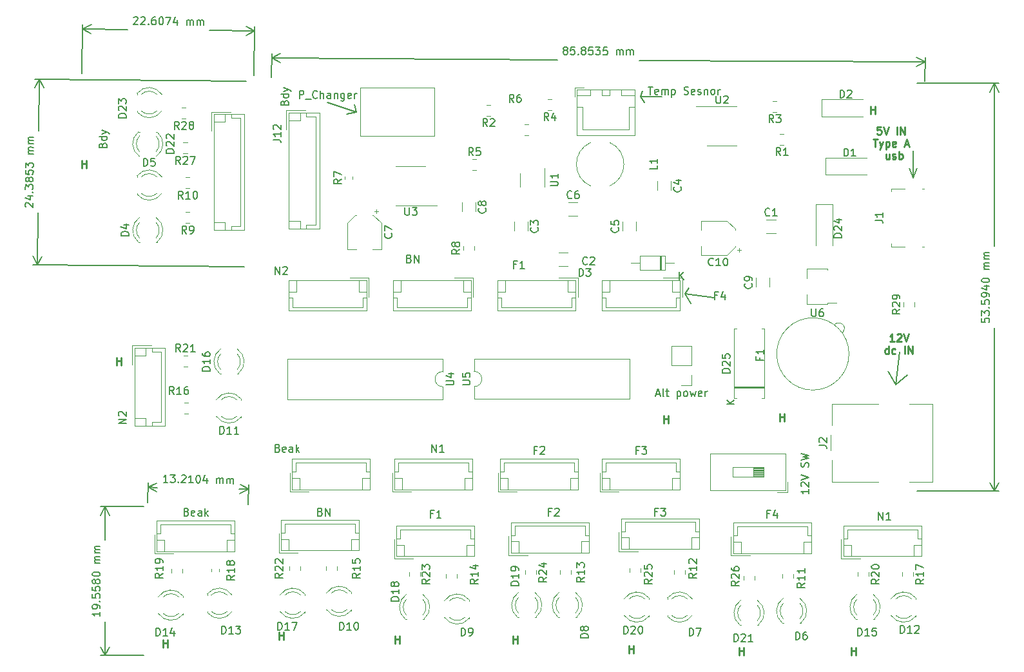
<source format=gbr>
%TF.GenerationSoftware,KiCad,Pcbnew,(5.99.0-11498-g1a301d8eea)*%
%TF.CreationDate,2021-09-07T15:50:55+03:00*%
%TF.ProjectId,f,662e6b69-6361-4645-9f70-636258585858,rev?*%
%TF.SameCoordinates,Original*%
%TF.FileFunction,Legend,Top*%
%TF.FilePolarity,Positive*%
%FSLAX46Y46*%
G04 Gerber Fmt 4.6, Leading zero omitted, Abs format (unit mm)*
G04 Created by KiCad (PCBNEW (5.99.0-11498-g1a301d8eea)) date 2021-09-07 15:50:55*
%MOMM*%
%LPD*%
G01*
G04 APERTURE LIST*
%ADD10C,0.150000*%
%ADD11C,0.200000*%
%ADD12C,0.250000*%
%ADD13C,0.120000*%
G04 APERTURE END LIST*
D10*
X119121660Y-53843658D02*
X119074539Y-53795546D01*
X119027915Y-53699817D01*
X119030395Y-53461735D01*
X119079003Y-53366998D01*
X119127116Y-53319877D01*
X119222845Y-53273253D01*
X119318078Y-53274245D01*
X119460431Y-53323349D01*
X120025876Y-53900699D01*
X120032325Y-53281685D01*
X119374622Y-52417645D02*
X120041253Y-52424589D01*
X118991210Y-52651759D02*
X119702977Y-52897281D01*
X119709425Y-52278267D01*
X119951476Y-51899816D02*
X119999588Y-51852695D01*
X120046709Y-51900808D01*
X119998596Y-51947928D01*
X119951476Y-51899816D01*
X120046709Y-51900808D01*
X119050731Y-51509460D02*
X119057179Y-50890446D01*
X119434639Y-51227729D01*
X119436127Y-51084880D01*
X119484735Y-50990143D01*
X119532848Y-50943022D01*
X119628577Y-50896398D01*
X119866659Y-50898878D01*
X119961396Y-50947486D01*
X120008516Y-50995599D01*
X120055141Y-51091328D01*
X120052165Y-51377026D01*
X120003556Y-51471763D01*
X119955444Y-51518884D01*
X119491679Y-50323512D02*
X119443071Y-50418249D01*
X119394958Y-50465370D01*
X119299229Y-50511994D01*
X119251613Y-50511498D01*
X119156876Y-50462890D01*
X119109756Y-50414777D01*
X119063131Y-50319048D01*
X119065115Y-50128582D01*
X119113724Y-50033845D01*
X119161836Y-49986725D01*
X119257565Y-49940100D01*
X119305181Y-49940596D01*
X119399918Y-49989205D01*
X119447039Y-50037317D01*
X119493663Y-50133046D01*
X119491679Y-50323512D01*
X119538304Y-50419241D01*
X119585424Y-50467354D01*
X119680161Y-50515962D01*
X119870627Y-50517946D01*
X119966356Y-50471322D01*
X120014468Y-50424201D01*
X120063077Y-50329464D01*
X120065061Y-50138998D01*
X120018436Y-50043269D01*
X119971316Y-49995157D01*
X119876579Y-49946548D01*
X119686113Y-49944564D01*
X119590384Y-49991189D01*
X119542272Y-50038309D01*
X119493663Y-50133046D01*
X119076523Y-49033404D02*
X119071563Y-49509568D01*
X119547232Y-49562145D01*
X119500111Y-49514032D01*
X119453487Y-49418303D01*
X119455967Y-49180221D01*
X119504575Y-49085484D01*
X119552688Y-49038364D01*
X119648417Y-48991739D01*
X119886499Y-48994219D01*
X119981236Y-49042828D01*
X120028356Y-49090940D01*
X120074981Y-49186669D01*
X120072501Y-49424751D01*
X120023892Y-49519488D01*
X119975780Y-49566609D01*
X119080491Y-48652472D02*
X119086939Y-48033458D01*
X119464399Y-48370741D01*
X119465887Y-48227892D01*
X119514495Y-48133155D01*
X119562608Y-48086034D01*
X119658337Y-48039410D01*
X119896419Y-48041890D01*
X119991156Y-48090498D01*
X120038277Y-48138611D01*
X120084901Y-48234340D01*
X120081925Y-48520039D01*
X120033317Y-48614776D01*
X119985204Y-48661896D01*
X120099285Y-46853462D02*
X119432655Y-46846518D01*
X119527888Y-46847510D02*
X119480767Y-46799398D01*
X119434143Y-46703669D01*
X119435631Y-46560819D01*
X119484239Y-46466083D01*
X119579968Y-46419458D01*
X120103749Y-46424914D01*
X119579968Y-46419458D02*
X119485231Y-46370850D01*
X119438607Y-46275121D01*
X119440095Y-46132271D01*
X119488703Y-46037534D01*
X119584432Y-45990910D01*
X120108213Y-45996366D01*
X120113173Y-45520201D02*
X119446543Y-45513257D01*
X119541776Y-45514249D02*
X119494655Y-45466137D01*
X119448031Y-45370408D01*
X119449519Y-45227558D01*
X119498127Y-45132822D01*
X119593856Y-45086197D01*
X120117637Y-45091653D01*
X119593856Y-45086197D02*
X119499119Y-45037589D01*
X119452495Y-44941860D01*
X119453983Y-44799010D01*
X119502591Y-44704273D01*
X119598320Y-44657649D01*
X120122101Y-44663105D01*
X148090027Y-37332792D02*
X120312679Y-37043445D01*
X147836027Y-61716792D02*
X120058679Y-61427445D01*
X120899067Y-37049553D02*
X120828153Y-43857321D01*
X120715981Y-54625785D02*
X120645067Y-61433553D01*
X120899067Y-37049553D02*
X120300944Y-38169887D01*
X120899067Y-37049553D02*
X121473722Y-38182104D01*
X120645067Y-61433553D02*
X121243190Y-60313219D01*
X120645067Y-61433553D02*
X120070412Y-60301002D01*
X133265715Y-28942211D02*
X133313866Y-28895130D01*
X133409633Y-28848584D01*
X133647713Y-28851259D01*
X133742410Y-28899945D01*
X133789491Y-28948096D01*
X133836038Y-29043863D01*
X133834967Y-29139095D01*
X133785746Y-29281408D01*
X133207934Y-29846381D01*
X133826942Y-29853336D01*
X134218036Y-28952911D02*
X134266187Y-28905830D01*
X134361954Y-28859284D01*
X134600034Y-28861959D01*
X134694731Y-28910645D01*
X134741812Y-28958796D01*
X134788358Y-29054563D01*
X134787288Y-29149796D01*
X134738067Y-29292109D01*
X134160255Y-29857081D01*
X134779263Y-29864036D01*
X135208878Y-29773619D02*
X135255959Y-29821770D01*
X135207808Y-29868851D01*
X135160727Y-29820700D01*
X135208878Y-29773619D01*
X135207808Y-29868851D01*
X136123748Y-28879080D02*
X135933283Y-28876940D01*
X135837516Y-28923486D01*
X135789365Y-28970567D01*
X135692528Y-29112345D01*
X135642772Y-29302274D01*
X135638492Y-29683202D01*
X135685038Y-29778969D01*
X135732119Y-29827120D01*
X135826816Y-29875806D01*
X136017280Y-29877946D01*
X136113047Y-29831400D01*
X136161198Y-29784319D01*
X136209884Y-29689622D01*
X136212560Y-29451542D01*
X136166014Y-29355775D01*
X136118932Y-29307624D01*
X136024235Y-29258938D01*
X135833771Y-29256798D01*
X135738004Y-29303344D01*
X135689853Y-29350425D01*
X135641167Y-29445122D01*
X136837988Y-28887105D02*
X136933220Y-28888175D01*
X137027917Y-28936861D01*
X137074998Y-28985012D01*
X137121544Y-29080779D01*
X137167020Y-29271778D01*
X137164345Y-29509858D01*
X137114589Y-29699788D01*
X137065903Y-29794485D01*
X137017752Y-29841566D01*
X136921985Y-29888112D01*
X136826753Y-29887042D01*
X136732056Y-29838356D01*
X136684975Y-29790205D01*
X136638429Y-29694437D01*
X136592953Y-29503438D01*
X136595628Y-29265358D01*
X136645384Y-29075429D01*
X136694070Y-28980732D01*
X136742221Y-28933651D01*
X136837988Y-28887105D01*
X137504613Y-28894595D02*
X138171237Y-28902085D01*
X137731458Y-29897207D01*
X138976965Y-29244493D02*
X138969475Y-29911117D01*
X138743165Y-28860889D02*
X138497060Y-29572455D01*
X139116068Y-29579410D01*
X140255108Y-29925562D02*
X140262598Y-29258938D01*
X140261528Y-29354170D02*
X140309679Y-29307089D01*
X140405446Y-29260543D01*
X140548294Y-29262148D01*
X140642991Y-29310834D01*
X140689537Y-29406601D01*
X140683652Y-29930378D01*
X140689537Y-29406601D02*
X140738224Y-29311904D01*
X140833991Y-29265358D01*
X140976839Y-29266963D01*
X141071536Y-29315649D01*
X141118082Y-29411416D01*
X141112197Y-29935193D01*
X141588357Y-29940543D02*
X141595847Y-29273918D01*
X141594777Y-29369150D02*
X141642928Y-29322069D01*
X141738695Y-29275523D01*
X141881544Y-29277128D01*
X141976241Y-29325814D01*
X142022787Y-29421581D01*
X142016902Y-29945358D01*
X142022787Y-29421581D02*
X142071473Y-29326884D01*
X142167240Y-29280338D01*
X142310088Y-29281943D01*
X142404785Y-29330629D01*
X142451331Y-29426397D01*
X142445446Y-29950173D01*
X149103618Y-36584032D02*
X149176057Y-30137005D01*
X126497618Y-36330032D02*
X126570057Y-29883005D01*
X149169468Y-30723387D02*
X143250653Y-30656883D01*
X132482284Y-30535891D02*
X126563468Y-30469387D01*
X149169468Y-30723387D02*
X148049624Y-30124347D01*
X149169468Y-30723387D02*
X148036447Y-31297114D01*
X126563468Y-30469387D02*
X127683312Y-31068427D01*
X126563468Y-30469387D02*
X127696489Y-29895660D01*
X128842380Y-107044619D02*
X128842380Y-107616047D01*
X128842380Y-107330333D02*
X127842380Y-107330333D01*
X127985238Y-107425571D01*
X128080476Y-107520809D01*
X128128095Y-107616047D01*
X128842380Y-106568428D02*
X128842380Y-106377952D01*
X128794761Y-106282714D01*
X128747142Y-106235095D01*
X128604285Y-106139857D01*
X128413809Y-106092238D01*
X128032857Y-106092238D01*
X127937619Y-106139857D01*
X127890000Y-106187476D01*
X127842380Y-106282714D01*
X127842380Y-106473190D01*
X127890000Y-106568428D01*
X127937619Y-106616047D01*
X128032857Y-106663666D01*
X128270952Y-106663666D01*
X128366190Y-106616047D01*
X128413809Y-106568428D01*
X128461428Y-106473190D01*
X128461428Y-106282714D01*
X128413809Y-106187476D01*
X128366190Y-106139857D01*
X128270952Y-106092238D01*
X128747142Y-105663666D02*
X128794761Y-105616047D01*
X128842380Y-105663666D01*
X128794761Y-105711285D01*
X128747142Y-105663666D01*
X128842380Y-105663666D01*
X127842380Y-104711285D02*
X127842380Y-105187476D01*
X128318571Y-105235095D01*
X128270952Y-105187476D01*
X128223333Y-105092238D01*
X128223333Y-104854142D01*
X128270952Y-104758904D01*
X128318571Y-104711285D01*
X128413809Y-104663666D01*
X128651904Y-104663666D01*
X128747142Y-104711285D01*
X128794761Y-104758904D01*
X128842380Y-104854142D01*
X128842380Y-105092238D01*
X128794761Y-105187476D01*
X128747142Y-105235095D01*
X127842380Y-103758904D02*
X127842380Y-104235095D01*
X128318571Y-104282714D01*
X128270952Y-104235095D01*
X128223333Y-104139857D01*
X128223333Y-103901761D01*
X128270952Y-103806523D01*
X128318571Y-103758904D01*
X128413809Y-103711285D01*
X128651904Y-103711285D01*
X128747142Y-103758904D01*
X128794761Y-103806523D01*
X128842380Y-103901761D01*
X128842380Y-104139857D01*
X128794761Y-104235095D01*
X128747142Y-104282714D01*
X128270952Y-103139857D02*
X128223333Y-103235095D01*
X128175714Y-103282714D01*
X128080476Y-103330333D01*
X128032857Y-103330333D01*
X127937619Y-103282714D01*
X127890000Y-103235095D01*
X127842380Y-103139857D01*
X127842380Y-102949380D01*
X127890000Y-102854142D01*
X127937619Y-102806523D01*
X128032857Y-102758904D01*
X128080476Y-102758904D01*
X128175714Y-102806523D01*
X128223333Y-102854142D01*
X128270952Y-102949380D01*
X128270952Y-103139857D01*
X128318571Y-103235095D01*
X128366190Y-103282714D01*
X128461428Y-103330333D01*
X128651904Y-103330333D01*
X128747142Y-103282714D01*
X128794761Y-103235095D01*
X128842380Y-103139857D01*
X128842380Y-102949380D01*
X128794761Y-102854142D01*
X128747142Y-102806523D01*
X128651904Y-102758904D01*
X128461428Y-102758904D01*
X128366190Y-102806523D01*
X128318571Y-102854142D01*
X128270952Y-102949380D01*
X127842380Y-102139857D02*
X127842380Y-102044619D01*
X127890000Y-101949380D01*
X127937619Y-101901761D01*
X128032857Y-101854142D01*
X128223333Y-101806523D01*
X128461428Y-101806523D01*
X128651904Y-101854142D01*
X128747142Y-101901761D01*
X128794761Y-101949380D01*
X128842380Y-102044619D01*
X128842380Y-102139857D01*
X128794761Y-102235095D01*
X128747142Y-102282714D01*
X128651904Y-102330333D01*
X128461428Y-102377952D01*
X128223333Y-102377952D01*
X128032857Y-102330333D01*
X127937619Y-102282714D01*
X127890000Y-102235095D01*
X127842380Y-102139857D01*
X128842380Y-100616047D02*
X128175714Y-100616047D01*
X128270952Y-100616047D02*
X128223333Y-100568428D01*
X128175714Y-100473190D01*
X128175714Y-100330333D01*
X128223333Y-100235095D01*
X128318571Y-100187476D01*
X128842380Y-100187476D01*
X128318571Y-100187476D02*
X128223333Y-100139857D01*
X128175714Y-100044619D01*
X128175714Y-99901761D01*
X128223333Y-99806523D01*
X128318571Y-99758904D01*
X128842380Y-99758904D01*
X128842380Y-99282714D02*
X128175714Y-99282714D01*
X128270952Y-99282714D02*
X128223333Y-99235095D01*
X128175714Y-99139857D01*
X128175714Y-98997000D01*
X128223333Y-98901761D01*
X128318571Y-98854142D01*
X128842380Y-98854142D01*
X128318571Y-98854142D02*
X128223333Y-98806523D01*
X128175714Y-98711285D01*
X128175714Y-98568428D01*
X128223333Y-98473190D01*
X128318571Y-98425571D01*
X128842380Y-98425571D01*
X134628000Y-93218000D02*
X128953580Y-93218000D01*
X134628000Y-112776000D02*
X128953580Y-112776000D01*
X129540000Y-93218000D02*
X129540000Y-97612476D01*
X129540000Y-108381524D02*
X129540000Y-112776000D01*
X129540000Y-93218000D02*
X128953579Y-94344504D01*
X129540000Y-93218000D02*
X130126421Y-94344504D01*
X129540000Y-112776000D02*
X130126421Y-111649496D01*
X129540000Y-112776000D02*
X128953579Y-111649496D01*
X137747370Y-90030624D02*
X137176047Y-90019637D01*
X137461708Y-90025131D02*
X137480935Y-89025316D01*
X137382968Y-89166315D01*
X137285917Y-89259705D01*
X137189780Y-89305484D01*
X138099869Y-89037218D02*
X138718802Y-89049121D01*
X138378205Y-89423594D01*
X138521036Y-89426341D01*
X138615341Y-89475782D01*
X138662036Y-89524308D01*
X138707815Y-89620444D01*
X138703237Y-89858495D01*
X138653795Y-89952800D01*
X138605270Y-89999495D01*
X138509134Y-90045274D01*
X138223472Y-90039780D01*
X138129167Y-89990339D01*
X138082473Y-89941813D01*
X139129898Y-89961956D02*
X139176593Y-90010482D01*
X139128067Y-90057176D01*
X139081372Y-90008650D01*
X139129898Y-89961956D01*
X139128067Y-90057176D01*
X139573955Y-89160822D02*
X139622481Y-89114127D01*
X139718617Y-89068348D01*
X139956668Y-89072926D01*
X140050973Y-89122367D01*
X140097668Y-89170893D01*
X140143447Y-89267029D01*
X140141616Y-89362250D01*
X140091259Y-89504165D01*
X139508949Y-90064501D01*
X140127882Y-90076403D01*
X141080087Y-90094715D02*
X140508764Y-90083728D01*
X140794425Y-90089222D02*
X140813653Y-89089406D01*
X140715685Y-89230406D01*
X140618634Y-89323795D01*
X140522498Y-89369574D01*
X141718247Y-89106803D02*
X141813468Y-89108634D01*
X141907773Y-89158075D01*
X141954467Y-89206601D01*
X142000246Y-89302737D01*
X142044194Y-89494094D01*
X142039616Y-89732145D01*
X141988344Y-89921670D01*
X141938902Y-90015975D01*
X141890377Y-90062670D01*
X141794240Y-90108449D01*
X141699020Y-90106618D01*
X141604715Y-90057176D01*
X141558020Y-90008650D01*
X141512241Y-89912514D01*
X141468293Y-89721158D01*
X141472871Y-89483107D01*
X141524144Y-89293581D01*
X141573585Y-89199276D01*
X141622111Y-89152582D01*
X141718247Y-89106803D01*
X142902094Y-89462964D02*
X142889276Y-90129507D01*
X142671368Y-89077504D02*
X142419583Y-89787080D01*
X143038516Y-89798982D01*
X144174753Y-90154228D02*
X144187571Y-89487684D01*
X144185740Y-89582905D02*
X144234266Y-89536210D01*
X144330402Y-89490431D01*
X144473232Y-89493178D01*
X144567537Y-89542619D01*
X144613316Y-89638755D01*
X144603245Y-90162468D01*
X144613316Y-89638755D02*
X144662758Y-89544451D01*
X144758894Y-89498671D01*
X144901725Y-89501418D01*
X144996029Y-89550860D01*
X145041809Y-89646996D01*
X145031737Y-90170708D01*
X145507840Y-90179864D02*
X145520658Y-89513321D01*
X145518827Y-89608541D02*
X145567352Y-89561847D01*
X145663488Y-89516068D01*
X145806319Y-89518814D01*
X145900624Y-89568256D01*
X145946403Y-89664392D01*
X145936332Y-90188104D01*
X145946403Y-89664392D02*
X145995845Y-89570087D01*
X146091981Y-89524308D01*
X146234811Y-89527054D01*
X146329116Y-89576496D01*
X146374895Y-89672632D01*
X146364824Y-90196345D01*
X135137614Y-92718092D02*
X135188104Y-90092627D01*
X148345614Y-92972092D02*
X148396104Y-90346627D01*
X135176828Y-90678939D02*
X136397299Y-90702410D01*
X147164357Y-90909468D02*
X148384828Y-90932939D01*
X135176828Y-90678939D02*
X136291848Y-91286911D01*
X135176828Y-90678939D02*
X136314399Y-90114286D01*
X148384828Y-90932939D02*
X147269808Y-90324967D01*
X148384828Y-90932939D02*
X147247257Y-91497592D01*
X244682380Y-68484238D02*
X244682380Y-68960428D01*
X245158571Y-69008047D01*
X245110952Y-68960428D01*
X245063333Y-68865190D01*
X245063333Y-68627095D01*
X245110952Y-68531857D01*
X245158571Y-68484238D01*
X245253809Y-68436619D01*
X245491904Y-68436619D01*
X245587142Y-68484238D01*
X245634761Y-68531857D01*
X245682380Y-68627095D01*
X245682380Y-68865190D01*
X245634761Y-68960428D01*
X245587142Y-69008047D01*
X244682380Y-68103285D02*
X244682380Y-67484238D01*
X245063333Y-67817571D01*
X245063333Y-67674714D01*
X245110952Y-67579476D01*
X245158571Y-67531857D01*
X245253809Y-67484238D01*
X245491904Y-67484238D01*
X245587142Y-67531857D01*
X245634761Y-67579476D01*
X245682380Y-67674714D01*
X245682380Y-67960428D01*
X245634761Y-68055666D01*
X245587142Y-68103285D01*
X245587142Y-67055666D02*
X245634761Y-67008047D01*
X245682380Y-67055666D01*
X245634761Y-67103285D01*
X245587142Y-67055666D01*
X245682380Y-67055666D01*
X244682380Y-66103285D02*
X244682380Y-66579476D01*
X245158571Y-66627095D01*
X245110952Y-66579476D01*
X245063333Y-66484238D01*
X245063333Y-66246142D01*
X245110952Y-66150904D01*
X245158571Y-66103285D01*
X245253809Y-66055666D01*
X245491904Y-66055666D01*
X245587142Y-66103285D01*
X245634761Y-66150904D01*
X245682380Y-66246142D01*
X245682380Y-66484238D01*
X245634761Y-66579476D01*
X245587142Y-66627095D01*
X245682380Y-65579476D02*
X245682380Y-65389000D01*
X245634761Y-65293761D01*
X245587142Y-65246142D01*
X245444285Y-65150904D01*
X245253809Y-65103285D01*
X244872857Y-65103285D01*
X244777619Y-65150904D01*
X244730000Y-65198523D01*
X244682380Y-65293761D01*
X244682380Y-65484238D01*
X244730000Y-65579476D01*
X244777619Y-65627095D01*
X244872857Y-65674714D01*
X245110952Y-65674714D01*
X245206190Y-65627095D01*
X245253809Y-65579476D01*
X245301428Y-65484238D01*
X245301428Y-65293761D01*
X245253809Y-65198523D01*
X245206190Y-65150904D01*
X245110952Y-65103285D01*
X245015714Y-64246142D02*
X245682380Y-64246142D01*
X244634761Y-64484238D02*
X245349047Y-64722333D01*
X245349047Y-64103285D01*
X244682380Y-63531857D02*
X244682380Y-63436619D01*
X244730000Y-63341380D01*
X244777619Y-63293761D01*
X244872857Y-63246142D01*
X245063333Y-63198523D01*
X245301428Y-63198523D01*
X245491904Y-63246142D01*
X245587142Y-63293761D01*
X245634761Y-63341380D01*
X245682380Y-63436619D01*
X245682380Y-63531857D01*
X245634761Y-63627095D01*
X245587142Y-63674714D01*
X245491904Y-63722333D01*
X245301428Y-63769952D01*
X245063333Y-63769952D01*
X244872857Y-63722333D01*
X244777619Y-63674714D01*
X244730000Y-63627095D01*
X244682380Y-63531857D01*
X245682380Y-62008047D02*
X245015714Y-62008047D01*
X245110952Y-62008047D02*
X245063333Y-61960428D01*
X245015714Y-61865190D01*
X245015714Y-61722333D01*
X245063333Y-61627095D01*
X245158571Y-61579476D01*
X245682380Y-61579476D01*
X245158571Y-61579476D02*
X245063333Y-61531857D01*
X245015714Y-61436619D01*
X245015714Y-61293761D01*
X245063333Y-61198523D01*
X245158571Y-61150904D01*
X245682380Y-61150904D01*
X245682380Y-60674714D02*
X245015714Y-60674714D01*
X245110952Y-60674714D02*
X245063333Y-60627095D01*
X245015714Y-60531857D01*
X245015714Y-60389000D01*
X245063333Y-60293761D01*
X245158571Y-60246142D01*
X245682380Y-60246142D01*
X245158571Y-60246142D02*
X245063333Y-60198523D01*
X245015714Y-60103285D01*
X245015714Y-59960428D01*
X245063333Y-59865190D01*
X245158571Y-59817571D01*
X245682380Y-59817571D01*
X236212000Y-37592000D02*
X246966420Y-37592000D01*
X236212000Y-91186000D02*
X246966420Y-91186000D01*
X246380000Y-37592000D02*
X246380000Y-59004476D01*
X246380000Y-69773524D02*
X246380000Y-91186000D01*
X246380000Y-37592000D02*
X245793579Y-38718504D01*
X246380000Y-37592000D02*
X246966421Y-38718504D01*
X246380000Y-91186000D02*
X246966421Y-90059496D01*
X246380000Y-91186000D02*
X245793579Y-90059496D01*
X189907059Y-33247374D02*
X189812104Y-33199192D01*
X189764768Y-33151292D01*
X189717713Y-33055774D01*
X189717995Y-33008156D01*
X189766177Y-32913201D01*
X189814077Y-32865865D01*
X189909595Y-32818810D01*
X190100068Y-32819937D01*
X190195022Y-32868119D01*
X190242359Y-32916019D01*
X190289414Y-33011537D01*
X190289132Y-33059155D01*
X190240950Y-33154110D01*
X190193050Y-33201446D01*
X190097532Y-33248501D01*
X189907059Y-33247374D01*
X189811541Y-33294429D01*
X189763641Y-33341765D01*
X189715459Y-33436720D01*
X189714332Y-33627193D01*
X189761387Y-33722711D01*
X189808723Y-33770611D01*
X189903678Y-33818792D01*
X190094151Y-33819919D01*
X190189669Y-33772865D01*
X190237569Y-33725528D01*
X190285751Y-33630574D01*
X190286878Y-33440101D01*
X190239823Y-33344583D01*
X190192487Y-33296683D01*
X190097532Y-33248501D01*
X191195287Y-32826418D02*
X190719105Y-32823600D01*
X190668669Y-33299500D01*
X190716569Y-33252164D01*
X190812087Y-33205109D01*
X191050178Y-33206518D01*
X191145133Y-33254700D01*
X191192469Y-33302600D01*
X191239524Y-33398118D01*
X191238115Y-33636209D01*
X191189933Y-33731164D01*
X191142033Y-33778500D01*
X191046515Y-33825555D01*
X190808424Y-33824146D01*
X190713469Y-33775964D01*
X190666133Y-33728064D01*
X191666115Y-33733981D02*
X191713452Y-33781881D01*
X191665552Y-33829218D01*
X191618215Y-33781318D01*
X191666115Y-33733981D01*
X191665552Y-33829218D01*
X192287970Y-33261462D02*
X192193015Y-33213280D01*
X192145679Y-33165380D01*
X192098624Y-33069862D01*
X192098906Y-33022244D01*
X192147087Y-32927289D01*
X192194987Y-32879953D01*
X192290506Y-32832898D01*
X192480978Y-32834025D01*
X192575933Y-32882207D01*
X192623270Y-32930107D01*
X192670324Y-33025625D01*
X192670042Y-33073243D01*
X192621861Y-33168198D01*
X192573961Y-33215534D01*
X192478443Y-33262589D01*
X192287970Y-33261462D01*
X192192452Y-33308517D01*
X192144552Y-33355853D01*
X192096370Y-33450808D01*
X192095243Y-33641281D01*
X192142297Y-33736799D01*
X192189634Y-33784699D01*
X192284589Y-33832881D01*
X192475061Y-33834008D01*
X192570580Y-33786953D01*
X192618480Y-33739617D01*
X192666661Y-33644662D01*
X192667788Y-33454189D01*
X192620734Y-33358671D01*
X192573397Y-33310771D01*
X192478443Y-33262589D01*
X193576197Y-32840506D02*
X193100015Y-32837688D01*
X193049579Y-33313589D01*
X193097479Y-33266252D01*
X193192998Y-33219197D01*
X193431089Y-33220606D01*
X193526043Y-33268788D01*
X193573380Y-33316688D01*
X193620434Y-33412206D01*
X193619026Y-33650297D01*
X193570844Y-33745252D01*
X193522944Y-33792588D01*
X193427426Y-33839643D01*
X193189335Y-33838234D01*
X193094380Y-33790052D01*
X193047043Y-33742152D01*
X193957143Y-32842760D02*
X194576180Y-32846423D01*
X194240598Y-33225396D01*
X194383453Y-33226242D01*
X194478408Y-33274423D01*
X194525744Y-33322323D01*
X194572799Y-33417841D01*
X194571390Y-33655932D01*
X194523208Y-33750887D01*
X194475308Y-33798224D01*
X194379790Y-33845278D01*
X194094081Y-33843588D01*
X193999126Y-33795406D01*
X193951790Y-33747506D01*
X195480926Y-32851776D02*
X195004744Y-32848959D01*
X194954308Y-33324859D01*
X195002208Y-33277523D01*
X195097726Y-33230468D01*
X195335817Y-33231877D01*
X195430772Y-33280059D01*
X195478108Y-33327959D01*
X195525163Y-33423477D01*
X195523754Y-33661568D01*
X195475572Y-33756522D01*
X195427672Y-33803859D01*
X195332154Y-33850914D01*
X195094063Y-33849505D01*
X194999108Y-33801323D01*
X194951772Y-33753423D01*
X196713082Y-33859085D02*
X196717027Y-33192430D01*
X196716464Y-33287666D02*
X196764364Y-33240330D01*
X196859882Y-33193275D01*
X197002736Y-33194120D01*
X197097691Y-33242302D01*
X197144746Y-33337820D01*
X197141646Y-33861621D01*
X197144746Y-33337820D02*
X197192928Y-33242866D01*
X197288446Y-33195811D01*
X197431300Y-33196656D01*
X197526255Y-33244838D01*
X197573310Y-33340356D01*
X197570210Y-33864157D01*
X198046392Y-33866974D02*
X198050337Y-33200319D01*
X198049774Y-33295556D02*
X198097674Y-33248219D01*
X198193192Y-33201164D01*
X198336046Y-33202010D01*
X198431001Y-33250192D01*
X198478056Y-33345710D01*
X198474956Y-33869510D01*
X198478056Y-33345710D02*
X198526238Y-33250755D01*
X198621756Y-33203700D01*
X198764610Y-33204546D01*
X198859565Y-33252727D01*
X198906620Y-33348246D01*
X198903520Y-33872046D01*
X151386959Y-36838009D02*
X151405514Y-33702195D01*
X237238959Y-37346009D02*
X237257514Y-34210195D01*
X151402044Y-34288604D02*
X188943615Y-34510743D01*
X199712475Y-34574465D02*
X237254044Y-34796604D01*
X151402044Y-34288604D02*
X152525058Y-34881680D01*
X151402044Y-34288604D02*
X152531998Y-33708859D01*
X237254044Y-34796604D02*
X236131030Y-34203528D01*
X237254044Y-34796604D02*
X236124090Y-35376349D01*
X162560000Y-41402000D02*
X162306000Y-40386000D01*
X162560000Y-41402000D02*
X161290000Y-41656000D01*
X158750000Y-40132000D02*
X162560000Y-41402000D01*
X205740000Y-65278000D02*
X206248000Y-64516000D01*
X206502000Y-66548000D02*
X205740000Y-65278000D01*
X205740000Y-65278000D02*
X206502000Y-66548000D01*
X209550000Y-65786000D02*
X205740000Y-65278000D01*
X235712000Y-50038000D02*
X236220000Y-48768000D01*
X235712000Y-50038000D02*
X235204000Y-48768000D01*
X235712000Y-46482000D02*
X235712000Y-50038000D01*
X199898000Y-39370000D02*
X200406000Y-40132000D01*
X199898000Y-39370000D02*
X200152000Y-38608000D01*
X202692000Y-39370000D02*
X199898000Y-39370000D01*
D11*
X233426000Y-77216000D02*
X234950000Y-75946000D01*
X233426000Y-77216000D02*
X232410000Y-75438000D01*
X233934000Y-72898000D02*
X233426000Y-77216000D01*
D12*
X233188000Y-71529380D02*
X232616571Y-71529380D01*
X232902285Y-71529380D02*
X232902285Y-70529380D01*
X232807047Y-70672238D01*
X232711809Y-70767476D01*
X232616571Y-70815095D01*
X233568952Y-70624619D02*
X233616571Y-70577000D01*
X233711809Y-70529380D01*
X233949904Y-70529380D01*
X234045142Y-70577000D01*
X234092761Y-70624619D01*
X234140380Y-70719857D01*
X234140380Y-70815095D01*
X234092761Y-70957952D01*
X233521333Y-71529380D01*
X234140380Y-71529380D01*
X234426095Y-70529380D02*
X234759428Y-71529380D01*
X235092761Y-70529380D01*
X232449904Y-73139380D02*
X232449904Y-72139380D01*
X232449904Y-73091761D02*
X232354666Y-73139380D01*
X232164190Y-73139380D01*
X232068952Y-73091761D01*
X232021333Y-73044142D01*
X231973714Y-72948904D01*
X231973714Y-72663190D01*
X232021333Y-72567952D01*
X232068952Y-72520333D01*
X232164190Y-72472714D01*
X232354666Y-72472714D01*
X232449904Y-72520333D01*
X233354666Y-73091761D02*
X233259428Y-73139380D01*
X233068952Y-73139380D01*
X232973714Y-73091761D01*
X232926095Y-73044142D01*
X232878476Y-72948904D01*
X232878476Y-72663190D01*
X232926095Y-72567952D01*
X232973714Y-72520333D01*
X233068952Y-72472714D01*
X233259428Y-72472714D01*
X233354666Y-72520333D01*
X234545142Y-73139380D02*
X234545142Y-72139380D01*
X235021333Y-73139380D02*
X235021333Y-72139380D01*
X235592761Y-73139380D01*
X235592761Y-72139380D01*
X231457714Y-43308380D02*
X230981523Y-43308380D01*
X230933904Y-43784571D01*
X230981523Y-43736952D01*
X231076761Y-43689333D01*
X231314857Y-43689333D01*
X231410095Y-43736952D01*
X231457714Y-43784571D01*
X231505333Y-43879809D01*
X231505333Y-44117904D01*
X231457714Y-44213142D01*
X231410095Y-44260761D01*
X231314857Y-44308380D01*
X231076761Y-44308380D01*
X230981523Y-44260761D01*
X230933904Y-44213142D01*
X231791047Y-43308380D02*
X232124380Y-44308380D01*
X232457714Y-43308380D01*
X233552952Y-44308380D02*
X233552952Y-43308380D01*
X234029142Y-44308380D02*
X234029142Y-43308380D01*
X234600571Y-44308380D01*
X234600571Y-43308380D01*
X230433904Y-44918380D02*
X231005333Y-44918380D01*
X230719619Y-45918380D02*
X230719619Y-44918380D01*
X231243428Y-45251714D02*
X231481523Y-45918380D01*
X231719619Y-45251714D02*
X231481523Y-45918380D01*
X231386285Y-46156476D01*
X231338666Y-46204095D01*
X231243428Y-46251714D01*
X232100571Y-45251714D02*
X232100571Y-46251714D01*
X232100571Y-45299333D02*
X232195809Y-45251714D01*
X232386285Y-45251714D01*
X232481523Y-45299333D01*
X232529142Y-45346952D01*
X232576761Y-45442190D01*
X232576761Y-45727904D01*
X232529142Y-45823142D01*
X232481523Y-45870761D01*
X232386285Y-45918380D01*
X232195809Y-45918380D01*
X232100571Y-45870761D01*
X233386285Y-45870761D02*
X233291047Y-45918380D01*
X233100571Y-45918380D01*
X233005333Y-45870761D01*
X232957714Y-45775523D01*
X232957714Y-45394571D01*
X233005333Y-45299333D01*
X233100571Y-45251714D01*
X233291047Y-45251714D01*
X233386285Y-45299333D01*
X233433904Y-45394571D01*
X233433904Y-45489809D01*
X232957714Y-45585047D01*
X234576761Y-45632666D02*
X235052952Y-45632666D01*
X234481523Y-45918380D02*
X234814857Y-44918380D01*
X235148190Y-45918380D01*
X232529142Y-46861714D02*
X232529142Y-47528380D01*
X232100571Y-46861714D02*
X232100571Y-47385523D01*
X232148190Y-47480761D01*
X232243428Y-47528380D01*
X232386285Y-47528380D01*
X232481523Y-47480761D01*
X232529142Y-47433142D01*
X232957714Y-47480761D02*
X233052952Y-47528380D01*
X233243428Y-47528380D01*
X233338666Y-47480761D01*
X233386285Y-47385523D01*
X233386285Y-47337904D01*
X233338666Y-47242666D01*
X233243428Y-47195047D01*
X233100571Y-47195047D01*
X233005333Y-47147428D01*
X232957714Y-47052190D01*
X232957714Y-47004571D01*
X233005333Y-46909333D01*
X233100571Y-46861714D01*
X233243428Y-46861714D01*
X233338666Y-46909333D01*
X233814857Y-47528380D02*
X233814857Y-46528380D01*
X233814857Y-46909333D02*
X233910095Y-46861714D01*
X234100571Y-46861714D01*
X234195809Y-46909333D01*
X234243428Y-46956952D01*
X234291047Y-47052190D01*
X234291047Y-47337904D01*
X234243428Y-47433142D01*
X234195809Y-47480761D01*
X234100571Y-47528380D01*
X233910095Y-47528380D01*
X233814857Y-47480761D01*
D10*
X151598380Y-45005523D02*
X152312666Y-45005523D01*
X152455523Y-45053142D01*
X152550761Y-45148380D01*
X152598380Y-45291238D01*
X152598380Y-45386476D01*
X152598380Y-44005523D02*
X152598380Y-44576952D01*
X152598380Y-44291238D02*
X151598380Y-44291238D01*
X151741238Y-44386476D01*
X151836476Y-44481714D01*
X151884095Y-44576952D01*
X151693619Y-43624571D02*
X151646000Y-43576952D01*
X151598380Y-43481714D01*
X151598380Y-43243619D01*
X151646000Y-43148380D01*
X151693619Y-43100761D01*
X151788857Y-43053142D01*
X151884095Y-43053142D01*
X152026952Y-43100761D01*
X152598380Y-43672190D01*
X152598380Y-43053142D01*
D12*
%TO.C,H*%
X198342285Y-112466380D02*
X198342285Y-111466380D01*
X198342285Y-111942571D02*
X198913714Y-111942571D01*
X198913714Y-112466380D02*
X198913714Y-111466380D01*
D10*
%TO.C,Beak*%
X152201714Y-85526571D02*
X152344571Y-85574190D01*
X152392190Y-85621809D01*
X152439809Y-85717047D01*
X152439809Y-85859904D01*
X152392190Y-85955142D01*
X152344571Y-86002761D01*
X152249333Y-86050380D01*
X151868380Y-86050380D01*
X151868380Y-85050380D01*
X152201714Y-85050380D01*
X152296952Y-85098000D01*
X152344571Y-85145619D01*
X152392190Y-85240857D01*
X152392190Y-85336095D01*
X152344571Y-85431333D01*
X152296952Y-85478952D01*
X152201714Y-85526571D01*
X151868380Y-85526571D01*
X153249333Y-86002761D02*
X153154095Y-86050380D01*
X152963619Y-86050380D01*
X152868380Y-86002761D01*
X152820761Y-85907523D01*
X152820761Y-85526571D01*
X152868380Y-85431333D01*
X152963619Y-85383714D01*
X153154095Y-85383714D01*
X153249333Y-85431333D01*
X153296952Y-85526571D01*
X153296952Y-85621809D01*
X152820761Y-85717047D01*
X154154095Y-86050380D02*
X154154095Y-85526571D01*
X154106476Y-85431333D01*
X154011238Y-85383714D01*
X153820761Y-85383714D01*
X153725523Y-85431333D01*
X154154095Y-86002761D02*
X154058857Y-86050380D01*
X153820761Y-86050380D01*
X153725523Y-86002761D01*
X153677904Y-85907523D01*
X153677904Y-85812285D01*
X153725523Y-85717047D01*
X153820761Y-85669428D01*
X154058857Y-85669428D01*
X154154095Y-85621809D01*
X154630285Y-86050380D02*
X154630285Y-85050380D01*
X154725523Y-85669428D02*
X155011238Y-86050380D01*
X155011238Y-85383714D02*
X154630285Y-85764666D01*
%TO.C,F3*%
X199604666Y-85788571D02*
X199271333Y-85788571D01*
X199271333Y-86312380D02*
X199271333Y-85312380D01*
X199747523Y-85312380D01*
X200033238Y-85312380D02*
X200652285Y-85312380D01*
X200318952Y-85693333D01*
X200461809Y-85693333D01*
X200557047Y-85740952D01*
X200604666Y-85788571D01*
X200652285Y-85883809D01*
X200652285Y-86121904D01*
X200604666Y-86217142D01*
X200557047Y-86264761D01*
X200461809Y-86312380D01*
X200176095Y-86312380D01*
X200080857Y-86264761D01*
X200033238Y-86217142D01*
%TO.C,Bdy*%
X153090571Y-40131904D02*
X153138190Y-39989047D01*
X153185809Y-39941428D01*
X153281047Y-39893809D01*
X153423904Y-39893809D01*
X153519142Y-39941428D01*
X153566761Y-39989047D01*
X153614380Y-40084285D01*
X153614380Y-40465238D01*
X152614380Y-40465238D01*
X152614380Y-40131904D01*
X152662000Y-40036666D01*
X152709619Y-39989047D01*
X152804857Y-39941428D01*
X152900095Y-39941428D01*
X152995333Y-39989047D01*
X153042952Y-40036666D01*
X153090571Y-40131904D01*
X153090571Y-40465238D01*
X153614380Y-39036666D02*
X152614380Y-39036666D01*
X153566761Y-39036666D02*
X153614380Y-39131904D01*
X153614380Y-39322380D01*
X153566761Y-39417619D01*
X153519142Y-39465238D01*
X153423904Y-39512857D01*
X153138190Y-39512857D01*
X153042952Y-39465238D01*
X152995333Y-39417619D01*
X152947714Y-39322380D01*
X152947714Y-39131904D01*
X152995333Y-39036666D01*
X152947714Y-38655714D02*
X153614380Y-38417619D01*
X152947714Y-38179523D02*
X153614380Y-38417619D01*
X153852476Y-38512857D01*
X153900095Y-38560476D01*
X153947714Y-38655714D01*
D12*
%TO.C,H*%
X218154285Y-81986380D02*
X218154285Y-80986380D01*
X218154285Y-81462571D02*
X218725714Y-81462571D01*
X218725714Y-81986380D02*
X218725714Y-80986380D01*
X202914285Y-82240380D02*
X202914285Y-81240380D01*
X202914285Y-81716571D02*
X203485714Y-81716571D01*
X203485714Y-82240380D02*
X203485714Y-81240380D01*
D10*
%TO.C,F4*%
X209978666Y-65460571D02*
X209645333Y-65460571D01*
X209645333Y-65984380D02*
X209645333Y-64984380D01*
X210121523Y-64984380D01*
X210931047Y-65317714D02*
X210931047Y-65984380D01*
X210692952Y-64936761D02*
X210454857Y-65651047D01*
X211073904Y-65651047D01*
%TO.C,R6*%
X183221333Y-40076380D02*
X182888000Y-39600190D01*
X182649904Y-40076380D02*
X182649904Y-39076380D01*
X183030857Y-39076380D01*
X183126095Y-39124000D01*
X183173714Y-39171619D01*
X183221333Y-39266857D01*
X183221333Y-39409714D01*
X183173714Y-39504952D01*
X183126095Y-39552571D01*
X183030857Y-39600190D01*
X182649904Y-39600190D01*
X184078476Y-39076380D02*
X183888000Y-39076380D01*
X183792761Y-39124000D01*
X183745142Y-39171619D01*
X183649904Y-39314476D01*
X183602285Y-39504952D01*
X183602285Y-39885904D01*
X183649904Y-39981142D01*
X183697523Y-40028761D01*
X183792761Y-40076380D01*
X183983238Y-40076380D01*
X184078476Y-40028761D01*
X184126095Y-39981142D01*
X184173714Y-39885904D01*
X184173714Y-39647809D01*
X184126095Y-39552571D01*
X184078476Y-39504952D01*
X183983238Y-39457333D01*
X183792761Y-39457333D01*
X183697523Y-39504952D01*
X183649904Y-39552571D01*
X183602285Y-39647809D01*
%TO.C,D12*%
X233989714Y-109838380D02*
X233989714Y-108838380D01*
X234227809Y-108838380D01*
X234370666Y-108886000D01*
X234465904Y-108981238D01*
X234513523Y-109076476D01*
X234561142Y-109266952D01*
X234561142Y-109409809D01*
X234513523Y-109600285D01*
X234465904Y-109695523D01*
X234370666Y-109790761D01*
X234227809Y-109838380D01*
X233989714Y-109838380D01*
X235513523Y-109838380D02*
X234942095Y-109838380D01*
X235227809Y-109838380D02*
X235227809Y-108838380D01*
X235132571Y-108981238D01*
X235037333Y-109076476D01*
X234942095Y-109124095D01*
X235894476Y-108933619D02*
X235942095Y-108886000D01*
X236037333Y-108838380D01*
X236275428Y-108838380D01*
X236370666Y-108886000D01*
X236418285Y-108933619D01*
X236465904Y-109028857D01*
X236465904Y-109124095D01*
X236418285Y-109266952D01*
X235846857Y-109838380D01*
X236465904Y-109838380D01*
%TO.C,D9*%
X176299904Y-110180380D02*
X176299904Y-109180380D01*
X176538000Y-109180380D01*
X176680857Y-109228000D01*
X176776095Y-109323238D01*
X176823714Y-109418476D01*
X176871333Y-109608952D01*
X176871333Y-109751809D01*
X176823714Y-109942285D01*
X176776095Y-110037523D01*
X176680857Y-110132761D01*
X176538000Y-110180380D01*
X176299904Y-110180380D01*
X177347523Y-110180380D02*
X177538000Y-110180380D01*
X177633238Y-110132761D01*
X177680857Y-110085142D01*
X177776095Y-109942285D01*
X177823714Y-109751809D01*
X177823714Y-109370857D01*
X177776095Y-109275619D01*
X177728476Y-109228000D01*
X177633238Y-109180380D01*
X177442761Y-109180380D01*
X177347523Y-109228000D01*
X177299904Y-109275619D01*
X177252285Y-109370857D01*
X177252285Y-109608952D01*
X177299904Y-109704190D01*
X177347523Y-109751809D01*
X177442761Y-109799428D01*
X177633238Y-109799428D01*
X177728476Y-109751809D01*
X177776095Y-109704190D01*
X177823714Y-109608952D01*
%TO.C,R21*%
X139423142Y-72873380D02*
X139089809Y-72397190D01*
X138851714Y-72873380D02*
X138851714Y-71873380D01*
X139232666Y-71873380D01*
X139327904Y-71921000D01*
X139375523Y-71968619D01*
X139423142Y-72063857D01*
X139423142Y-72206714D01*
X139375523Y-72301952D01*
X139327904Y-72349571D01*
X139232666Y-72397190D01*
X138851714Y-72397190D01*
X139804095Y-71968619D02*
X139851714Y-71921000D01*
X139946952Y-71873380D01*
X140185047Y-71873380D01*
X140280285Y-71921000D01*
X140327904Y-71968619D01*
X140375523Y-72063857D01*
X140375523Y-72159095D01*
X140327904Y-72301952D01*
X139756476Y-72873380D01*
X140375523Y-72873380D01*
X141327904Y-72873380D02*
X140756476Y-72873380D01*
X141042190Y-72873380D02*
X141042190Y-71873380D01*
X140946952Y-72016238D01*
X140851714Y-72111476D01*
X140756476Y-72159095D01*
%TO.C,D19*%
X183840380Y-103576285D02*
X182840380Y-103576285D01*
X182840380Y-103338190D01*
X182888000Y-103195333D01*
X182983238Y-103100095D01*
X183078476Y-103052476D01*
X183268952Y-103004857D01*
X183411809Y-103004857D01*
X183602285Y-103052476D01*
X183697523Y-103100095D01*
X183792761Y-103195333D01*
X183840380Y-103338190D01*
X183840380Y-103576285D01*
X183840380Y-102052476D02*
X183840380Y-102623904D01*
X183840380Y-102338190D02*
X182840380Y-102338190D01*
X182983238Y-102433428D01*
X183078476Y-102528666D01*
X183126095Y-102623904D01*
X183840380Y-101576285D02*
X183840380Y-101385809D01*
X183792761Y-101290571D01*
X183745142Y-101242952D01*
X183602285Y-101147714D01*
X183411809Y-101100095D01*
X183030857Y-101100095D01*
X182935619Y-101147714D01*
X182888000Y-101195333D01*
X182840380Y-101290571D01*
X182840380Y-101481047D01*
X182888000Y-101576285D01*
X182935619Y-101623904D01*
X183030857Y-101671523D01*
X183268952Y-101671523D01*
X183364190Y-101623904D01*
X183411809Y-101576285D01*
X183459428Y-101481047D01*
X183459428Y-101290571D01*
X183411809Y-101195333D01*
X183364190Y-101147714D01*
X183268952Y-101100095D01*
%TO.C,C7*%
X167133142Y-57316666D02*
X167180761Y-57364285D01*
X167228380Y-57507142D01*
X167228380Y-57602380D01*
X167180761Y-57745238D01*
X167085523Y-57840476D01*
X166990285Y-57888095D01*
X166799809Y-57935714D01*
X166656952Y-57935714D01*
X166466476Y-57888095D01*
X166371238Y-57840476D01*
X166276000Y-57745238D01*
X166228380Y-57602380D01*
X166228380Y-57507142D01*
X166276000Y-57364285D01*
X166323619Y-57316666D01*
X166228380Y-56983333D02*
X166228380Y-56316666D01*
X167228380Y-56745238D01*
%TO.C,Beak*%
X140223714Y-93902571D02*
X140366571Y-93950190D01*
X140414190Y-93997809D01*
X140461809Y-94093047D01*
X140461809Y-94235904D01*
X140414190Y-94331142D01*
X140366571Y-94378761D01*
X140271333Y-94426380D01*
X139890380Y-94426380D01*
X139890380Y-93426380D01*
X140223714Y-93426380D01*
X140318952Y-93474000D01*
X140366571Y-93521619D01*
X140414190Y-93616857D01*
X140414190Y-93712095D01*
X140366571Y-93807333D01*
X140318952Y-93854952D01*
X140223714Y-93902571D01*
X139890380Y-93902571D01*
X141271333Y-94378761D02*
X141176095Y-94426380D01*
X140985619Y-94426380D01*
X140890380Y-94378761D01*
X140842761Y-94283523D01*
X140842761Y-93902571D01*
X140890380Y-93807333D01*
X140985619Y-93759714D01*
X141176095Y-93759714D01*
X141271333Y-93807333D01*
X141318952Y-93902571D01*
X141318952Y-93997809D01*
X140842761Y-94093047D01*
X142176095Y-94426380D02*
X142176095Y-93902571D01*
X142128476Y-93807333D01*
X142033238Y-93759714D01*
X141842761Y-93759714D01*
X141747523Y-93807333D01*
X142176095Y-94378761D02*
X142080857Y-94426380D01*
X141842761Y-94426380D01*
X141747523Y-94378761D01*
X141699904Y-94283523D01*
X141699904Y-94188285D01*
X141747523Y-94093047D01*
X141842761Y-94045428D01*
X142080857Y-94045428D01*
X142176095Y-93997809D01*
X142652285Y-94426380D02*
X142652285Y-93426380D01*
X142747523Y-94045428D02*
X143033238Y-94426380D01*
X143033238Y-93759714D02*
X142652285Y-94140666D01*
%TO.C,D25*%
X211604380Y-75636285D02*
X210604380Y-75636285D01*
X210604380Y-75398190D01*
X210652000Y-75255333D01*
X210747238Y-75160095D01*
X210842476Y-75112476D01*
X211032952Y-75064857D01*
X211175809Y-75064857D01*
X211366285Y-75112476D01*
X211461523Y-75160095D01*
X211556761Y-75255333D01*
X211604380Y-75398190D01*
X211604380Y-75636285D01*
X210699619Y-74683904D02*
X210652000Y-74636285D01*
X210604380Y-74541047D01*
X210604380Y-74302952D01*
X210652000Y-74207714D01*
X210699619Y-74160095D01*
X210794857Y-74112476D01*
X210890095Y-74112476D01*
X211032952Y-74160095D01*
X211604380Y-74731523D01*
X211604380Y-74112476D01*
X210604380Y-73207714D02*
X210604380Y-73683904D01*
X211080571Y-73731523D01*
X211032952Y-73683904D01*
X210985333Y-73588666D01*
X210985333Y-73350571D01*
X211032952Y-73255333D01*
X211080571Y-73207714D01*
X211175809Y-73160095D01*
X211413904Y-73160095D01*
X211509142Y-73207714D01*
X211556761Y-73255333D01*
X211604380Y-73350571D01*
X211604380Y-73588666D01*
X211556761Y-73683904D01*
X211509142Y-73731523D01*
X212174380Y-79763904D02*
X211174380Y-79763904D01*
X212174380Y-79192476D02*
X211602952Y-79621047D01*
X211174380Y-79192476D02*
X211745809Y-79763904D01*
%TO.C,R14*%
X178506380Y-102750857D02*
X178030190Y-103084190D01*
X178506380Y-103322285D02*
X177506380Y-103322285D01*
X177506380Y-102941333D01*
X177554000Y-102846095D01*
X177601619Y-102798476D01*
X177696857Y-102750857D01*
X177839714Y-102750857D01*
X177934952Y-102798476D01*
X177982571Y-102846095D01*
X178030190Y-102941333D01*
X178030190Y-103322285D01*
X178506380Y-101798476D02*
X178506380Y-102369904D01*
X178506380Y-102084190D02*
X177506380Y-102084190D01*
X177649238Y-102179428D01*
X177744476Y-102274666D01*
X177792095Y-102369904D01*
X177839714Y-100941333D02*
X178506380Y-100941333D01*
X177458761Y-101179428D02*
X178173047Y-101417523D01*
X178173047Y-100798476D01*
%TO.C,P_Changer*%
X155059523Y-39568380D02*
X155059523Y-38568380D01*
X155440476Y-38568380D01*
X155535714Y-38616000D01*
X155583333Y-38663619D01*
X155630952Y-38758857D01*
X155630952Y-38901714D01*
X155583333Y-38996952D01*
X155535714Y-39044571D01*
X155440476Y-39092190D01*
X155059523Y-39092190D01*
X155821428Y-39663619D02*
X156583333Y-39663619D01*
X157392857Y-39473142D02*
X157345238Y-39520761D01*
X157202380Y-39568380D01*
X157107142Y-39568380D01*
X156964285Y-39520761D01*
X156869047Y-39425523D01*
X156821428Y-39330285D01*
X156773809Y-39139809D01*
X156773809Y-38996952D01*
X156821428Y-38806476D01*
X156869047Y-38711238D01*
X156964285Y-38616000D01*
X157107142Y-38568380D01*
X157202380Y-38568380D01*
X157345238Y-38616000D01*
X157392857Y-38663619D01*
X157821428Y-39568380D02*
X157821428Y-38568380D01*
X158250000Y-39568380D02*
X158250000Y-39044571D01*
X158202380Y-38949333D01*
X158107142Y-38901714D01*
X157964285Y-38901714D01*
X157869047Y-38949333D01*
X157821428Y-38996952D01*
X159154761Y-39568380D02*
X159154761Y-39044571D01*
X159107142Y-38949333D01*
X159011904Y-38901714D01*
X158821428Y-38901714D01*
X158726190Y-38949333D01*
X159154761Y-39520761D02*
X159059523Y-39568380D01*
X158821428Y-39568380D01*
X158726190Y-39520761D01*
X158678571Y-39425523D01*
X158678571Y-39330285D01*
X158726190Y-39235047D01*
X158821428Y-39187428D01*
X159059523Y-39187428D01*
X159154761Y-39139809D01*
X159630952Y-38901714D02*
X159630952Y-39568380D01*
X159630952Y-38996952D02*
X159678571Y-38949333D01*
X159773809Y-38901714D01*
X159916666Y-38901714D01*
X160011904Y-38949333D01*
X160059523Y-39044571D01*
X160059523Y-39568380D01*
X160964285Y-38901714D02*
X160964285Y-39711238D01*
X160916666Y-39806476D01*
X160869047Y-39854095D01*
X160773809Y-39901714D01*
X160630952Y-39901714D01*
X160535714Y-39854095D01*
X160964285Y-39520761D02*
X160869047Y-39568380D01*
X160678571Y-39568380D01*
X160583333Y-39520761D01*
X160535714Y-39473142D01*
X160488095Y-39377904D01*
X160488095Y-39092190D01*
X160535714Y-38996952D01*
X160583333Y-38949333D01*
X160678571Y-38901714D01*
X160869047Y-38901714D01*
X160964285Y-38949333D01*
X161821428Y-39520761D02*
X161726190Y-39568380D01*
X161535714Y-39568380D01*
X161440476Y-39520761D01*
X161392857Y-39425523D01*
X161392857Y-39044571D01*
X161440476Y-38949333D01*
X161535714Y-38901714D01*
X161726190Y-38901714D01*
X161821428Y-38949333D01*
X161869047Y-39044571D01*
X161869047Y-39139809D01*
X161392857Y-39235047D01*
X162297619Y-39568380D02*
X162297619Y-38901714D01*
X162297619Y-39092190D02*
X162345238Y-38996952D01*
X162392857Y-38949333D01*
X162488095Y-38901714D01*
X162583333Y-38901714D01*
%TO.C,D14*%
X136199714Y-110180380D02*
X136199714Y-109180380D01*
X136437809Y-109180380D01*
X136580666Y-109228000D01*
X136675904Y-109323238D01*
X136723523Y-109418476D01*
X136771142Y-109608952D01*
X136771142Y-109751809D01*
X136723523Y-109942285D01*
X136675904Y-110037523D01*
X136580666Y-110132761D01*
X136437809Y-110180380D01*
X136199714Y-110180380D01*
X137723523Y-110180380D02*
X137152095Y-110180380D01*
X137437809Y-110180380D02*
X137437809Y-109180380D01*
X137342571Y-109323238D01*
X137247333Y-109418476D01*
X137152095Y-109466095D01*
X138580666Y-109513714D02*
X138580666Y-110180380D01*
X138342571Y-109132761D02*
X138104476Y-109847047D01*
X138723523Y-109847047D01*
D12*
%TO.C,H*%
X131032285Y-74620380D02*
X131032285Y-73620380D01*
X131032285Y-74096571D02*
X131603714Y-74096571D01*
X131603714Y-74620380D02*
X131603714Y-73620380D01*
D10*
%TO.C,R17*%
X237052380Y-102750857D02*
X236576190Y-103084190D01*
X237052380Y-103322285D02*
X236052380Y-103322285D01*
X236052380Y-102941333D01*
X236100000Y-102846095D01*
X236147619Y-102798476D01*
X236242857Y-102750857D01*
X236385714Y-102750857D01*
X236480952Y-102798476D01*
X236528571Y-102846095D01*
X236576190Y-102941333D01*
X236576190Y-103322285D01*
X237052380Y-101798476D02*
X237052380Y-102369904D01*
X237052380Y-102084190D02*
X236052380Y-102084190D01*
X236195238Y-102179428D01*
X236290476Y-102274666D01*
X236338095Y-102369904D01*
X236052380Y-101465142D02*
X236052380Y-100798476D01*
X237052380Y-101227047D01*
%TO.C,D24*%
X226280380Y-57856285D02*
X225280380Y-57856285D01*
X225280380Y-57618190D01*
X225328000Y-57475333D01*
X225423238Y-57380095D01*
X225518476Y-57332476D01*
X225708952Y-57284857D01*
X225851809Y-57284857D01*
X226042285Y-57332476D01*
X226137523Y-57380095D01*
X226232761Y-57475333D01*
X226280380Y-57618190D01*
X226280380Y-57856285D01*
X225375619Y-56903904D02*
X225328000Y-56856285D01*
X225280380Y-56761047D01*
X225280380Y-56522952D01*
X225328000Y-56427714D01*
X225375619Y-56380095D01*
X225470857Y-56332476D01*
X225566095Y-56332476D01*
X225708952Y-56380095D01*
X226280380Y-56951523D01*
X226280380Y-56332476D01*
X225613714Y-55475333D02*
X226280380Y-55475333D01*
X225232761Y-55713428D02*
X225947047Y-55951523D01*
X225947047Y-55332476D01*
%TO.C,F2*%
X188134666Y-93908571D02*
X187801333Y-93908571D01*
X187801333Y-94432380D02*
X187801333Y-93432380D01*
X188277523Y-93432380D01*
X188610857Y-93527619D02*
X188658476Y-93480000D01*
X188753714Y-93432380D01*
X188991809Y-93432380D01*
X189087047Y-93480000D01*
X189134666Y-93527619D01*
X189182285Y-93622857D01*
X189182285Y-93718095D01*
X189134666Y-93860952D01*
X188563238Y-94432380D01*
X189182285Y-94432380D01*
%TO.C,R10*%
X139740642Y-52774380D02*
X139407309Y-52298190D01*
X139169214Y-52774380D02*
X139169214Y-51774380D01*
X139550166Y-51774380D01*
X139645404Y-51822000D01*
X139693023Y-51869619D01*
X139740642Y-51964857D01*
X139740642Y-52107714D01*
X139693023Y-52202952D01*
X139645404Y-52250571D01*
X139550166Y-52298190D01*
X139169214Y-52298190D01*
X140693023Y-52774380D02*
X140121595Y-52774380D01*
X140407309Y-52774380D02*
X140407309Y-51774380D01*
X140312071Y-51917238D01*
X140216833Y-52012476D01*
X140121595Y-52060095D01*
X141312071Y-51774380D02*
X141407309Y-51774380D01*
X141502547Y-51822000D01*
X141550166Y-51869619D01*
X141597785Y-51964857D01*
X141645404Y-52155333D01*
X141645404Y-52393428D01*
X141597785Y-52583904D01*
X141550166Y-52679142D01*
X141502547Y-52726761D01*
X141407309Y-52774380D01*
X141312071Y-52774380D01*
X141216833Y-52726761D01*
X141169214Y-52679142D01*
X141121595Y-52583904D01*
X141073976Y-52393428D01*
X141073976Y-52155333D01*
X141121595Y-51964857D01*
X141169214Y-51869619D01*
X141216833Y-51822000D01*
X141312071Y-51774380D01*
%TO.C,R5*%
X177887333Y-47062380D02*
X177554000Y-46586190D01*
X177315904Y-47062380D02*
X177315904Y-46062380D01*
X177696857Y-46062380D01*
X177792095Y-46110000D01*
X177839714Y-46157619D01*
X177887333Y-46252857D01*
X177887333Y-46395714D01*
X177839714Y-46490952D01*
X177792095Y-46538571D01*
X177696857Y-46586190D01*
X177315904Y-46586190D01*
X178792095Y-46062380D02*
X178315904Y-46062380D01*
X178268285Y-46538571D01*
X178315904Y-46490952D01*
X178411142Y-46443333D01*
X178649238Y-46443333D01*
X178744476Y-46490952D01*
X178792095Y-46538571D01*
X178839714Y-46633809D01*
X178839714Y-46871904D01*
X178792095Y-46967142D01*
X178744476Y-47014761D01*
X178649238Y-47062380D01*
X178411142Y-47062380D01*
X178315904Y-47014761D01*
X178268285Y-46967142D01*
%TO.C,N2*%
X132278380Y-82295904D02*
X131278380Y-82295904D01*
X132278380Y-81724476D01*
X131278380Y-81724476D01*
X131373619Y-81295904D02*
X131326000Y-81248285D01*
X131278380Y-81153047D01*
X131278380Y-80914952D01*
X131326000Y-80819714D01*
X131373619Y-80772095D01*
X131468857Y-80724476D01*
X131564095Y-80724476D01*
X131706952Y-80772095D01*
X132278380Y-81343523D01*
X132278380Y-80724476D01*
D12*
%TO.C,H*%
X126460285Y-48712380D02*
X126460285Y-47712380D01*
X126460285Y-48188571D02*
X127031714Y-48188571D01*
X127031714Y-48712380D02*
X127031714Y-47712380D01*
D10*
%TO.C,U2*%
X209804095Y-39232380D02*
X209804095Y-40041904D01*
X209851714Y-40137142D01*
X209899333Y-40184761D01*
X209994571Y-40232380D01*
X210185047Y-40232380D01*
X210280285Y-40184761D01*
X210327904Y-40137142D01*
X210375523Y-40041904D01*
X210375523Y-39232380D01*
X210804095Y-39327619D02*
X210851714Y-39280000D01*
X210946952Y-39232380D01*
X211185047Y-39232380D01*
X211280285Y-39280000D01*
X211327904Y-39327619D01*
X211375523Y-39422857D01*
X211375523Y-39518095D01*
X211327904Y-39660952D01*
X210756476Y-40232380D01*
X211375523Y-40232380D01*
%TO.C,12V SW*%
X221940380Y-90947619D02*
X221940380Y-91519047D01*
X221940380Y-91233333D02*
X220940380Y-91233333D01*
X221083238Y-91328571D01*
X221178476Y-91423809D01*
X221226095Y-91519047D01*
X221035619Y-90566666D02*
X220988000Y-90519047D01*
X220940380Y-90423809D01*
X220940380Y-90185714D01*
X220988000Y-90090476D01*
X221035619Y-90042857D01*
X221130857Y-89995238D01*
X221226095Y-89995238D01*
X221368952Y-90042857D01*
X221940380Y-90614285D01*
X221940380Y-89995238D01*
X220940380Y-89709523D02*
X221940380Y-89376190D01*
X220940380Y-89042857D01*
X221892761Y-87995238D02*
X221940380Y-87852380D01*
X221940380Y-87614285D01*
X221892761Y-87519047D01*
X221845142Y-87471428D01*
X221749904Y-87423809D01*
X221654666Y-87423809D01*
X221559428Y-87471428D01*
X221511809Y-87519047D01*
X221464190Y-87614285D01*
X221416571Y-87804761D01*
X221368952Y-87900000D01*
X221321333Y-87947619D01*
X221226095Y-87995238D01*
X221130857Y-87995238D01*
X221035619Y-87947619D01*
X220988000Y-87900000D01*
X220940380Y-87804761D01*
X220940380Y-87566666D01*
X220988000Y-87423809D01*
X220940380Y-87090476D02*
X221940380Y-86852380D01*
X221226095Y-86661904D01*
X221940380Y-86471428D01*
X220940380Y-86233333D01*
%TO.C,J2*%
X223300380Y-85169333D02*
X224014666Y-85169333D01*
X224157523Y-85216952D01*
X224252761Y-85312190D01*
X224300380Y-85455047D01*
X224300380Y-85550285D01*
X223395619Y-84740761D02*
X223348000Y-84693142D01*
X223300380Y-84597904D01*
X223300380Y-84359809D01*
X223348000Y-84264571D01*
X223395619Y-84216952D01*
X223490857Y-84169333D01*
X223586095Y-84169333D01*
X223728952Y-84216952D01*
X224300380Y-84788380D01*
X224300380Y-84169333D01*
D12*
%TO.C,H*%
X152368285Y-110688380D02*
X152368285Y-109688380D01*
X152368285Y-110164571D02*
X152939714Y-110164571D01*
X152939714Y-110688380D02*
X152939714Y-109688380D01*
D10*
%TO.C,R3*%
X217335833Y-42742380D02*
X217002500Y-42266190D01*
X216764404Y-42742380D02*
X216764404Y-41742380D01*
X217145357Y-41742380D01*
X217240595Y-41790000D01*
X217288214Y-41837619D01*
X217335833Y-41932857D01*
X217335833Y-42075714D01*
X217288214Y-42170952D01*
X217240595Y-42218571D01*
X217145357Y-42266190D01*
X216764404Y-42266190D01*
X217669166Y-41742380D02*
X218288214Y-41742380D01*
X217954880Y-42123333D01*
X218097738Y-42123333D01*
X218192976Y-42170952D01*
X218240595Y-42218571D01*
X218288214Y-42313809D01*
X218288214Y-42551904D01*
X218240595Y-42647142D01*
X218192976Y-42694761D01*
X218097738Y-42742380D01*
X217812023Y-42742380D01*
X217716785Y-42694761D01*
X217669166Y-42647142D01*
%TO.C,F3*%
X202104666Y-93908571D02*
X201771333Y-93908571D01*
X201771333Y-94432380D02*
X201771333Y-93432380D01*
X202247523Y-93432380D01*
X202533238Y-93432380D02*
X203152285Y-93432380D01*
X202818952Y-93813333D01*
X202961809Y-93813333D01*
X203057047Y-93860952D01*
X203104666Y-93908571D01*
X203152285Y-94003809D01*
X203152285Y-94241904D01*
X203104666Y-94337142D01*
X203057047Y-94384761D01*
X202961809Y-94432380D01*
X202676095Y-94432380D01*
X202580857Y-94384761D01*
X202533238Y-94337142D01*
%TO.C,D1*%
X226591904Y-47166380D02*
X226591904Y-46166380D01*
X226830000Y-46166380D01*
X226972857Y-46214000D01*
X227068095Y-46309238D01*
X227115714Y-46404476D01*
X227163333Y-46594952D01*
X227163333Y-46737809D01*
X227115714Y-46928285D01*
X227068095Y-47023523D01*
X226972857Y-47118761D01*
X226830000Y-47166380D01*
X226591904Y-47166380D01*
X228115714Y-47166380D02*
X227544285Y-47166380D01*
X227830000Y-47166380D02*
X227830000Y-46166380D01*
X227734761Y-46309238D01*
X227639523Y-46404476D01*
X227544285Y-46452095D01*
%TO.C,D3*%
X191793904Y-62936380D02*
X191793904Y-61936380D01*
X192032000Y-61936380D01*
X192174857Y-61984000D01*
X192270095Y-62079238D01*
X192317714Y-62174476D01*
X192365333Y-62364952D01*
X192365333Y-62507809D01*
X192317714Y-62698285D01*
X192270095Y-62793523D01*
X192174857Y-62888761D01*
X192032000Y-62936380D01*
X191793904Y-62936380D01*
X192698666Y-61936380D02*
X193317714Y-61936380D01*
X192984380Y-62317333D01*
X193127238Y-62317333D01*
X193222476Y-62364952D01*
X193270095Y-62412571D01*
X193317714Y-62507809D01*
X193317714Y-62745904D01*
X193270095Y-62841142D01*
X193222476Y-62888761D01*
X193127238Y-62936380D01*
X192841523Y-62936380D01*
X192746285Y-62888761D01*
X192698666Y-62841142D01*
X204975095Y-63416380D02*
X204975095Y-62416380D01*
X205546523Y-63416380D02*
X205117952Y-62844952D01*
X205546523Y-62416380D02*
X204975095Y-62987809D01*
%TO.C,R27*%
X139408142Y-48202380D02*
X139074809Y-47726190D01*
X138836714Y-48202380D02*
X138836714Y-47202380D01*
X139217666Y-47202380D01*
X139312904Y-47250000D01*
X139360523Y-47297619D01*
X139408142Y-47392857D01*
X139408142Y-47535714D01*
X139360523Y-47630952D01*
X139312904Y-47678571D01*
X139217666Y-47726190D01*
X138836714Y-47726190D01*
X139789095Y-47297619D02*
X139836714Y-47250000D01*
X139931952Y-47202380D01*
X140170047Y-47202380D01*
X140265285Y-47250000D01*
X140312904Y-47297619D01*
X140360523Y-47392857D01*
X140360523Y-47488095D01*
X140312904Y-47630952D01*
X139741476Y-48202380D01*
X140360523Y-48202380D01*
X140693857Y-47202380D02*
X141360523Y-47202380D01*
X140931952Y-48202380D01*
%TO.C,R24*%
X187522380Y-102496857D02*
X187046190Y-102830190D01*
X187522380Y-103068285D02*
X186522380Y-103068285D01*
X186522380Y-102687333D01*
X186570000Y-102592095D01*
X186617619Y-102544476D01*
X186712857Y-102496857D01*
X186855714Y-102496857D01*
X186950952Y-102544476D01*
X186998571Y-102592095D01*
X187046190Y-102687333D01*
X187046190Y-103068285D01*
X186617619Y-102115904D02*
X186570000Y-102068285D01*
X186522380Y-101973047D01*
X186522380Y-101734952D01*
X186570000Y-101639714D01*
X186617619Y-101592095D01*
X186712857Y-101544476D01*
X186808095Y-101544476D01*
X186950952Y-101592095D01*
X187522380Y-102163523D01*
X187522380Y-101544476D01*
X186855714Y-100687333D02*
X187522380Y-100687333D01*
X186474761Y-100925428D02*
X187189047Y-101163523D01*
X187189047Y-100544476D01*
%TO.C,J1*%
X230664380Y-55571333D02*
X231378666Y-55571333D01*
X231521523Y-55618952D01*
X231616761Y-55714190D01*
X231664380Y-55857047D01*
X231664380Y-55952285D01*
X231664380Y-54571333D02*
X231664380Y-55142761D01*
X231664380Y-54857047D02*
X230664380Y-54857047D01*
X230807238Y-54952285D01*
X230902476Y-55047523D01*
X230950095Y-55142761D01*
%TO.C,C4*%
X205123142Y-51220666D02*
X205170761Y-51268285D01*
X205218380Y-51411142D01*
X205218380Y-51506380D01*
X205170761Y-51649238D01*
X205075523Y-51744476D01*
X204980285Y-51792095D01*
X204789809Y-51839714D01*
X204646952Y-51839714D01*
X204456476Y-51792095D01*
X204361238Y-51744476D01*
X204266000Y-51649238D01*
X204218380Y-51506380D01*
X204218380Y-51411142D01*
X204266000Y-51268285D01*
X204313619Y-51220666D01*
X204551714Y-50363523D02*
X205218380Y-50363523D01*
X204170761Y-50601619D02*
X204885047Y-50839714D01*
X204885047Y-50220666D01*
%TO.C,C5*%
X196911142Y-56554666D02*
X196958761Y-56602285D01*
X197006380Y-56745142D01*
X197006380Y-56840380D01*
X196958761Y-56983238D01*
X196863523Y-57078476D01*
X196768285Y-57126095D01*
X196577809Y-57173714D01*
X196434952Y-57173714D01*
X196244476Y-57126095D01*
X196149238Y-57078476D01*
X196054000Y-56983238D01*
X196006380Y-56840380D01*
X196006380Y-56745142D01*
X196054000Y-56602285D01*
X196101619Y-56554666D01*
X196006380Y-55649904D02*
X196006380Y-56126095D01*
X196482571Y-56173714D01*
X196434952Y-56126095D01*
X196387333Y-56030857D01*
X196387333Y-55792761D01*
X196434952Y-55697523D01*
X196482571Y-55649904D01*
X196577809Y-55602285D01*
X196815904Y-55602285D01*
X196911142Y-55649904D01*
X196958761Y-55697523D01*
X197006380Y-55792761D01*
X197006380Y-56030857D01*
X196958761Y-56126095D01*
X196911142Y-56173714D01*
D12*
%TO.C,H*%
X230092285Y-41600380D02*
X230092285Y-40600380D01*
X230092285Y-41076571D02*
X230663714Y-41076571D01*
X230663714Y-41600380D02*
X230663714Y-40600380D01*
D10*
%TO.C,C6*%
X190841333Y-52639142D02*
X190793714Y-52686761D01*
X190650857Y-52734380D01*
X190555619Y-52734380D01*
X190412761Y-52686761D01*
X190317523Y-52591523D01*
X190269904Y-52496285D01*
X190222285Y-52305809D01*
X190222285Y-52162952D01*
X190269904Y-51972476D01*
X190317523Y-51877238D01*
X190412761Y-51782000D01*
X190555619Y-51734380D01*
X190650857Y-51734380D01*
X190793714Y-51782000D01*
X190841333Y-51829619D01*
X191698476Y-51734380D02*
X191508000Y-51734380D01*
X191412761Y-51782000D01*
X191365142Y-51829619D01*
X191269904Y-51972476D01*
X191222285Y-52162952D01*
X191222285Y-52543904D01*
X191269904Y-52639142D01*
X191317523Y-52686761D01*
X191412761Y-52734380D01*
X191603238Y-52734380D01*
X191698476Y-52686761D01*
X191746095Y-52639142D01*
X191793714Y-52543904D01*
X191793714Y-52305809D01*
X191746095Y-52210571D01*
X191698476Y-52162952D01*
X191603238Y-52115333D01*
X191412761Y-52115333D01*
X191317523Y-52162952D01*
X191269904Y-52210571D01*
X191222285Y-52305809D01*
%TO.C,Temp Sesnor *%
X200874952Y-38060380D02*
X201446380Y-38060380D01*
X201160666Y-39060380D02*
X201160666Y-38060380D01*
X202160666Y-39012761D02*
X202065428Y-39060380D01*
X201874952Y-39060380D01*
X201779714Y-39012761D01*
X201732095Y-38917523D01*
X201732095Y-38536571D01*
X201779714Y-38441333D01*
X201874952Y-38393714D01*
X202065428Y-38393714D01*
X202160666Y-38441333D01*
X202208285Y-38536571D01*
X202208285Y-38631809D01*
X201732095Y-38727047D01*
X202636857Y-39060380D02*
X202636857Y-38393714D01*
X202636857Y-38488952D02*
X202684476Y-38441333D01*
X202779714Y-38393714D01*
X202922571Y-38393714D01*
X203017809Y-38441333D01*
X203065428Y-38536571D01*
X203065428Y-39060380D01*
X203065428Y-38536571D02*
X203113047Y-38441333D01*
X203208285Y-38393714D01*
X203351142Y-38393714D01*
X203446380Y-38441333D01*
X203494000Y-38536571D01*
X203494000Y-39060380D01*
X203970190Y-38393714D02*
X203970190Y-39393714D01*
X203970190Y-38441333D02*
X204065428Y-38393714D01*
X204255904Y-38393714D01*
X204351142Y-38441333D01*
X204398761Y-38488952D01*
X204446380Y-38584190D01*
X204446380Y-38869904D01*
X204398761Y-38965142D01*
X204351142Y-39012761D01*
X204255904Y-39060380D01*
X204065428Y-39060380D01*
X203970190Y-39012761D01*
X205589238Y-39012761D02*
X205732095Y-39060380D01*
X205970190Y-39060380D01*
X206065428Y-39012761D01*
X206113047Y-38965142D01*
X206160666Y-38869904D01*
X206160666Y-38774666D01*
X206113047Y-38679428D01*
X206065428Y-38631809D01*
X205970190Y-38584190D01*
X205779714Y-38536571D01*
X205684476Y-38488952D01*
X205636857Y-38441333D01*
X205589238Y-38346095D01*
X205589238Y-38250857D01*
X205636857Y-38155619D01*
X205684476Y-38108000D01*
X205779714Y-38060380D01*
X206017809Y-38060380D01*
X206160666Y-38108000D01*
X206970190Y-39012761D02*
X206874952Y-39060380D01*
X206684476Y-39060380D01*
X206589238Y-39012761D01*
X206541619Y-38917523D01*
X206541619Y-38536571D01*
X206589238Y-38441333D01*
X206684476Y-38393714D01*
X206874952Y-38393714D01*
X206970190Y-38441333D01*
X207017809Y-38536571D01*
X207017809Y-38631809D01*
X206541619Y-38727047D01*
X207398761Y-39012761D02*
X207494000Y-39060380D01*
X207684476Y-39060380D01*
X207779714Y-39012761D01*
X207827333Y-38917523D01*
X207827333Y-38869904D01*
X207779714Y-38774666D01*
X207684476Y-38727047D01*
X207541619Y-38727047D01*
X207446380Y-38679428D01*
X207398761Y-38584190D01*
X207398761Y-38536571D01*
X207446380Y-38441333D01*
X207541619Y-38393714D01*
X207684476Y-38393714D01*
X207779714Y-38441333D01*
X208255904Y-38393714D02*
X208255904Y-39060380D01*
X208255904Y-38488952D02*
X208303523Y-38441333D01*
X208398761Y-38393714D01*
X208541619Y-38393714D01*
X208636857Y-38441333D01*
X208684476Y-38536571D01*
X208684476Y-39060380D01*
X209303523Y-39060380D02*
X209208285Y-39012761D01*
X209160666Y-38965142D01*
X209113047Y-38869904D01*
X209113047Y-38584190D01*
X209160666Y-38488952D01*
X209208285Y-38441333D01*
X209303523Y-38393714D01*
X209446380Y-38393714D01*
X209541619Y-38441333D01*
X209589238Y-38488952D01*
X209636857Y-38584190D01*
X209636857Y-38869904D01*
X209589238Y-38965142D01*
X209541619Y-39012761D01*
X209446380Y-39060380D01*
X209303523Y-39060380D01*
X210065428Y-39060380D02*
X210065428Y-38393714D01*
X210065428Y-38584190D02*
X210113047Y-38488952D01*
X210160666Y-38441333D01*
X210255904Y-38393714D01*
X210351142Y-38393714D01*
%TO.C,R26*%
X212796380Y-103004857D02*
X212320190Y-103338190D01*
X212796380Y-103576285D02*
X211796380Y-103576285D01*
X211796380Y-103195333D01*
X211844000Y-103100095D01*
X211891619Y-103052476D01*
X211986857Y-103004857D01*
X212129714Y-103004857D01*
X212224952Y-103052476D01*
X212272571Y-103100095D01*
X212320190Y-103195333D01*
X212320190Y-103576285D01*
X211891619Y-102623904D02*
X211844000Y-102576285D01*
X211796380Y-102481047D01*
X211796380Y-102242952D01*
X211844000Y-102147714D01*
X211891619Y-102100095D01*
X211986857Y-102052476D01*
X212082095Y-102052476D01*
X212224952Y-102100095D01*
X212796380Y-102671523D01*
X212796380Y-102052476D01*
X211796380Y-101195333D02*
X211796380Y-101385809D01*
X211844000Y-101481047D01*
X211891619Y-101528666D01*
X212034476Y-101623904D01*
X212224952Y-101671523D01*
X212605904Y-101671523D01*
X212701142Y-101623904D01*
X212748761Y-101576285D01*
X212796380Y-101481047D01*
X212796380Y-101290571D01*
X212748761Y-101195333D01*
X212701142Y-101147714D01*
X212605904Y-101100095D01*
X212367809Y-101100095D01*
X212272571Y-101147714D01*
X212224952Y-101195333D01*
X212177333Y-101290571D01*
X212177333Y-101481047D01*
X212224952Y-101576285D01*
X212272571Y-101623904D01*
X212367809Y-101671523D01*
%TO.C,R7*%
X160566380Y-50179166D02*
X160090190Y-50512500D01*
X160566380Y-50750595D02*
X159566380Y-50750595D01*
X159566380Y-50369642D01*
X159614000Y-50274404D01*
X159661619Y-50226785D01*
X159756857Y-50179166D01*
X159899714Y-50179166D01*
X159994952Y-50226785D01*
X160042571Y-50274404D01*
X160090190Y-50369642D01*
X160090190Y-50750595D01*
X159566380Y-49845833D02*
X159566380Y-49179166D01*
X160566380Y-49607738D01*
%TO.C,D13*%
X144835714Y-109926380D02*
X144835714Y-108926380D01*
X145073809Y-108926380D01*
X145216666Y-108974000D01*
X145311904Y-109069238D01*
X145359523Y-109164476D01*
X145407142Y-109354952D01*
X145407142Y-109497809D01*
X145359523Y-109688285D01*
X145311904Y-109783523D01*
X145216666Y-109878761D01*
X145073809Y-109926380D01*
X144835714Y-109926380D01*
X146359523Y-109926380D02*
X145788095Y-109926380D01*
X146073809Y-109926380D02*
X146073809Y-108926380D01*
X145978571Y-109069238D01*
X145883333Y-109164476D01*
X145788095Y-109212095D01*
X146692857Y-108926380D02*
X147311904Y-108926380D01*
X146978571Y-109307333D01*
X147121428Y-109307333D01*
X147216666Y-109354952D01*
X147264285Y-109402571D01*
X147311904Y-109497809D01*
X147311904Y-109735904D01*
X147264285Y-109831142D01*
X147216666Y-109878761D01*
X147121428Y-109926380D01*
X146835714Y-109926380D01*
X146740476Y-109878761D01*
X146692857Y-109831142D01*
%TO.C,Bdy*%
X129214571Y-45719904D02*
X129262190Y-45577047D01*
X129309809Y-45529428D01*
X129405047Y-45481809D01*
X129547904Y-45481809D01*
X129643142Y-45529428D01*
X129690761Y-45577047D01*
X129738380Y-45672285D01*
X129738380Y-46053238D01*
X128738380Y-46053238D01*
X128738380Y-45719904D01*
X128786000Y-45624666D01*
X128833619Y-45577047D01*
X128928857Y-45529428D01*
X129024095Y-45529428D01*
X129119333Y-45577047D01*
X129166952Y-45624666D01*
X129214571Y-45719904D01*
X129214571Y-46053238D01*
X129738380Y-44624666D02*
X128738380Y-44624666D01*
X129690761Y-44624666D02*
X129738380Y-44719904D01*
X129738380Y-44910380D01*
X129690761Y-45005619D01*
X129643142Y-45053238D01*
X129547904Y-45100857D01*
X129262190Y-45100857D01*
X129166952Y-45053238D01*
X129119333Y-45005619D01*
X129071714Y-44910380D01*
X129071714Y-44719904D01*
X129119333Y-44624666D01*
X129071714Y-44243714D02*
X129738380Y-44005619D01*
X129071714Y-43767523D02*
X129738380Y-44005619D01*
X129976476Y-44100857D01*
X130024095Y-44148476D01*
X130071714Y-44243714D01*
%TO.C,R9*%
X140216833Y-57346380D02*
X139883500Y-56870190D01*
X139645404Y-57346380D02*
X139645404Y-56346380D01*
X140026357Y-56346380D01*
X140121595Y-56394000D01*
X140169214Y-56441619D01*
X140216833Y-56536857D01*
X140216833Y-56679714D01*
X140169214Y-56774952D01*
X140121595Y-56822571D01*
X140026357Y-56870190D01*
X139645404Y-56870190D01*
X140693023Y-57346380D02*
X140883500Y-57346380D01*
X140978738Y-57298761D01*
X141026357Y-57251142D01*
X141121595Y-57108285D01*
X141169214Y-56917809D01*
X141169214Y-56536857D01*
X141121595Y-56441619D01*
X141073976Y-56394000D01*
X140978738Y-56346380D01*
X140788261Y-56346380D01*
X140693023Y-56394000D01*
X140645404Y-56441619D01*
X140597785Y-56536857D01*
X140597785Y-56774952D01*
X140645404Y-56870190D01*
X140693023Y-56917809D01*
X140788261Y-56965428D01*
X140978738Y-56965428D01*
X141073976Y-56917809D01*
X141121595Y-56870190D01*
X141169214Y-56774952D01*
%TO.C,F2*%
X186217466Y-85788571D02*
X185884133Y-85788571D01*
X185884133Y-86312380D02*
X185884133Y-85312380D01*
X186360323Y-85312380D01*
X186693657Y-85407619D02*
X186741276Y-85360000D01*
X186836514Y-85312380D01*
X187074609Y-85312380D01*
X187169847Y-85360000D01*
X187217466Y-85407619D01*
X187265085Y-85502857D01*
X187265085Y-85598095D01*
X187217466Y-85740952D01*
X186646038Y-86312380D01*
X187265085Y-86312380D01*
%TO.C,D7*%
X206271904Y-110180380D02*
X206271904Y-109180380D01*
X206510000Y-109180380D01*
X206652857Y-109228000D01*
X206748095Y-109323238D01*
X206795714Y-109418476D01*
X206843333Y-109608952D01*
X206843333Y-109751809D01*
X206795714Y-109942285D01*
X206748095Y-110037523D01*
X206652857Y-110132761D01*
X206510000Y-110180380D01*
X206271904Y-110180380D01*
X207176666Y-109180380D02*
X207843333Y-109180380D01*
X207414761Y-110180380D01*
%TO.C,F1*%
X215532571Y-73635333D02*
X215532571Y-73968666D01*
X216056380Y-73968666D02*
X215056380Y-73968666D01*
X215056380Y-73492476D01*
X216056380Y-72587714D02*
X216056380Y-73159142D01*
X216056380Y-72873428D02*
X215056380Y-72873428D01*
X215199238Y-72968666D01*
X215294476Y-73063904D01*
X215342095Y-73159142D01*
%TO.C,N2*%
X151892095Y-62682380D02*
X151892095Y-61682380D01*
X152463523Y-62682380D01*
X152463523Y-61682380D01*
X152892095Y-61777619D02*
X152939714Y-61730000D01*
X153034952Y-61682380D01*
X153273047Y-61682380D01*
X153368285Y-61730000D01*
X153415904Y-61777619D01*
X153463523Y-61872857D01*
X153463523Y-61968095D01*
X153415904Y-62110952D01*
X152844476Y-62682380D01*
X153463523Y-62682380D01*
%TO.C,R8*%
X176094380Y-59427166D02*
X175618190Y-59760500D01*
X176094380Y-59998595D02*
X175094380Y-59998595D01*
X175094380Y-59617642D01*
X175142000Y-59522404D01*
X175189619Y-59474785D01*
X175284857Y-59427166D01*
X175427714Y-59427166D01*
X175522952Y-59474785D01*
X175570571Y-59522404D01*
X175618190Y-59617642D01*
X175618190Y-59998595D01*
X175522952Y-58855738D02*
X175475333Y-58950976D01*
X175427714Y-58998595D01*
X175332476Y-59046214D01*
X175284857Y-59046214D01*
X175189619Y-58998595D01*
X175142000Y-58950976D01*
X175094380Y-58855738D01*
X175094380Y-58665261D01*
X175142000Y-58570023D01*
X175189619Y-58522404D01*
X175284857Y-58474785D01*
X175332476Y-58474785D01*
X175427714Y-58522404D01*
X175475333Y-58570023D01*
X175522952Y-58665261D01*
X175522952Y-58855738D01*
X175570571Y-58950976D01*
X175618190Y-58998595D01*
X175713428Y-59046214D01*
X175903904Y-59046214D01*
X175999142Y-58998595D01*
X176046761Y-58950976D01*
X176094380Y-58855738D01*
X176094380Y-58665261D01*
X176046761Y-58570023D01*
X175999142Y-58522404D01*
X175903904Y-58474785D01*
X175713428Y-58474785D01*
X175618190Y-58522404D01*
X175570571Y-58570023D01*
X175522952Y-58665261D01*
%TO.C,C9*%
X214437142Y-63920666D02*
X214484761Y-63968285D01*
X214532380Y-64111142D01*
X214532380Y-64206380D01*
X214484761Y-64349238D01*
X214389523Y-64444476D01*
X214294285Y-64492095D01*
X214103809Y-64539714D01*
X213960952Y-64539714D01*
X213770476Y-64492095D01*
X213675238Y-64444476D01*
X213580000Y-64349238D01*
X213532380Y-64206380D01*
X213532380Y-64111142D01*
X213580000Y-63968285D01*
X213627619Y-63920666D01*
X214532380Y-63444476D02*
X214532380Y-63254000D01*
X214484761Y-63158761D01*
X214437142Y-63111142D01*
X214294285Y-63015904D01*
X214103809Y-62968285D01*
X213722857Y-62968285D01*
X213627619Y-63015904D01*
X213580000Y-63063523D01*
X213532380Y-63158761D01*
X213532380Y-63349238D01*
X213580000Y-63444476D01*
X213627619Y-63492095D01*
X213722857Y-63539714D01*
X213960952Y-63539714D01*
X214056190Y-63492095D01*
X214103809Y-63444476D01*
X214151428Y-63349238D01*
X214151428Y-63158761D01*
X214103809Y-63063523D01*
X214056190Y-63015904D01*
X213960952Y-62968285D01*
D12*
%TO.C,H*%
X227552285Y-112720380D02*
X227552285Y-111720380D01*
X227552285Y-112196571D02*
X228123714Y-112196571D01*
X228123714Y-112720380D02*
X228123714Y-111720380D01*
D10*
%TO.C,D21*%
X212145714Y-110942380D02*
X212145714Y-109942380D01*
X212383809Y-109942380D01*
X212526666Y-109990000D01*
X212621904Y-110085238D01*
X212669523Y-110180476D01*
X212717142Y-110370952D01*
X212717142Y-110513809D01*
X212669523Y-110704285D01*
X212621904Y-110799523D01*
X212526666Y-110894761D01*
X212383809Y-110942380D01*
X212145714Y-110942380D01*
X213098095Y-110037619D02*
X213145714Y-109990000D01*
X213240952Y-109942380D01*
X213479047Y-109942380D01*
X213574285Y-109990000D01*
X213621904Y-110037619D01*
X213669523Y-110132857D01*
X213669523Y-110228095D01*
X213621904Y-110370952D01*
X213050476Y-110942380D01*
X213669523Y-110942380D01*
X214621904Y-110942380D02*
X214050476Y-110942380D01*
X214336190Y-110942380D02*
X214336190Y-109942380D01*
X214240952Y-110085238D01*
X214145714Y-110180476D01*
X214050476Y-110228095D01*
D12*
%TO.C,H*%
X137128285Y-111704380D02*
X137128285Y-110704380D01*
X137128285Y-111180571D02*
X137699714Y-111180571D01*
X137699714Y-111704380D02*
X137699714Y-110704380D01*
D10*
%TO.C,U3*%
X168910095Y-53906380D02*
X168910095Y-54715904D01*
X168957714Y-54811142D01*
X169005333Y-54858761D01*
X169100571Y-54906380D01*
X169291047Y-54906380D01*
X169386285Y-54858761D01*
X169433904Y-54811142D01*
X169481523Y-54715904D01*
X169481523Y-53906380D01*
X169862476Y-53906380D02*
X170481523Y-53906380D01*
X170148190Y-54287333D01*
X170291047Y-54287333D01*
X170386285Y-54334952D01*
X170433904Y-54382571D01*
X170481523Y-54477809D01*
X170481523Y-54715904D01*
X170433904Y-54811142D01*
X170386285Y-54858761D01*
X170291047Y-54906380D01*
X170005333Y-54906380D01*
X169910095Y-54858761D01*
X169862476Y-54811142D01*
%TO.C,R18*%
X146502380Y-102242857D02*
X146026190Y-102576190D01*
X146502380Y-102814285D02*
X145502380Y-102814285D01*
X145502380Y-102433333D01*
X145550000Y-102338095D01*
X145597619Y-102290476D01*
X145692857Y-102242857D01*
X145835714Y-102242857D01*
X145930952Y-102290476D01*
X145978571Y-102338095D01*
X146026190Y-102433333D01*
X146026190Y-102814285D01*
X146502380Y-101290476D02*
X146502380Y-101861904D01*
X146502380Y-101576190D02*
X145502380Y-101576190D01*
X145645238Y-101671428D01*
X145740476Y-101766666D01*
X145788095Y-101861904D01*
X145930952Y-100719047D02*
X145883333Y-100814285D01*
X145835714Y-100861904D01*
X145740476Y-100909523D01*
X145692857Y-100909523D01*
X145597619Y-100861904D01*
X145550000Y-100814285D01*
X145502380Y-100719047D01*
X145502380Y-100528571D01*
X145550000Y-100433333D01*
X145597619Y-100385714D01*
X145692857Y-100338095D01*
X145740476Y-100338095D01*
X145835714Y-100385714D01*
X145883333Y-100433333D01*
X145930952Y-100528571D01*
X145930952Y-100719047D01*
X145978571Y-100814285D01*
X146026190Y-100861904D01*
X146121428Y-100909523D01*
X146311904Y-100909523D01*
X146407142Y-100861904D01*
X146454761Y-100814285D01*
X146502380Y-100719047D01*
X146502380Y-100528571D01*
X146454761Y-100433333D01*
X146407142Y-100385714D01*
X146311904Y-100338095D01*
X146121428Y-100338095D01*
X146026190Y-100385714D01*
X145978571Y-100433333D01*
X145930952Y-100528571D01*
%TO.C,R22*%
X152852380Y-101988857D02*
X152376190Y-102322190D01*
X152852380Y-102560285D02*
X151852380Y-102560285D01*
X151852380Y-102179333D01*
X151900000Y-102084095D01*
X151947619Y-102036476D01*
X152042857Y-101988857D01*
X152185714Y-101988857D01*
X152280952Y-102036476D01*
X152328571Y-102084095D01*
X152376190Y-102179333D01*
X152376190Y-102560285D01*
X151947619Y-101607904D02*
X151900000Y-101560285D01*
X151852380Y-101465047D01*
X151852380Y-101226952D01*
X151900000Y-101131714D01*
X151947619Y-101084095D01*
X152042857Y-101036476D01*
X152138095Y-101036476D01*
X152280952Y-101084095D01*
X152852380Y-101655523D01*
X152852380Y-101036476D01*
X151947619Y-100655523D02*
X151900000Y-100607904D01*
X151852380Y-100512666D01*
X151852380Y-100274571D01*
X151900000Y-100179333D01*
X151947619Y-100131714D01*
X152042857Y-100084095D01*
X152138095Y-100084095D01*
X152280952Y-100131714D01*
X152852380Y-100703142D01*
X152852380Y-100084095D01*
%TO.C,N1*%
X231140095Y-94940380D02*
X231140095Y-93940380D01*
X231711523Y-94940380D01*
X231711523Y-93940380D01*
X232711523Y-94940380D02*
X232140095Y-94940380D01*
X232425809Y-94940380D02*
X232425809Y-93940380D01*
X232330571Y-94083238D01*
X232235333Y-94178476D01*
X232140095Y-94226095D01*
%TO.C,R2*%
X179743833Y-43250380D02*
X179410500Y-42774190D01*
X179172404Y-43250380D02*
X179172404Y-42250380D01*
X179553357Y-42250380D01*
X179648595Y-42298000D01*
X179696214Y-42345619D01*
X179743833Y-42440857D01*
X179743833Y-42583714D01*
X179696214Y-42678952D01*
X179648595Y-42726571D01*
X179553357Y-42774190D01*
X179172404Y-42774190D01*
X180124785Y-42345619D02*
X180172404Y-42298000D01*
X180267642Y-42250380D01*
X180505738Y-42250380D01*
X180600976Y-42298000D01*
X180648595Y-42345619D01*
X180696214Y-42440857D01*
X180696214Y-42536095D01*
X180648595Y-42678952D01*
X180077166Y-43250380D01*
X180696214Y-43250380D01*
%TO.C,C8*%
X179469142Y-54014666D02*
X179516761Y-54062285D01*
X179564380Y-54205142D01*
X179564380Y-54300380D01*
X179516761Y-54443238D01*
X179421523Y-54538476D01*
X179326285Y-54586095D01*
X179135809Y-54633714D01*
X178992952Y-54633714D01*
X178802476Y-54586095D01*
X178707238Y-54538476D01*
X178612000Y-54443238D01*
X178564380Y-54300380D01*
X178564380Y-54205142D01*
X178612000Y-54062285D01*
X178659619Y-54014666D01*
X178992952Y-53443238D02*
X178945333Y-53538476D01*
X178897714Y-53586095D01*
X178802476Y-53633714D01*
X178754857Y-53633714D01*
X178659619Y-53586095D01*
X178612000Y-53538476D01*
X178564380Y-53443238D01*
X178564380Y-53252761D01*
X178612000Y-53157523D01*
X178659619Y-53109904D01*
X178754857Y-53062285D01*
X178802476Y-53062285D01*
X178897714Y-53109904D01*
X178945333Y-53157523D01*
X178992952Y-53252761D01*
X178992952Y-53443238D01*
X179040571Y-53538476D01*
X179088190Y-53586095D01*
X179183428Y-53633714D01*
X179373904Y-53633714D01*
X179469142Y-53586095D01*
X179516761Y-53538476D01*
X179564380Y-53443238D01*
X179564380Y-53252761D01*
X179516761Y-53157523D01*
X179469142Y-53109904D01*
X179373904Y-53062285D01*
X179183428Y-53062285D01*
X179088190Y-53109904D01*
X179040571Y-53157523D01*
X178992952Y-53252761D01*
%TO.C,D22*%
X138540380Y-46759439D02*
X137540380Y-46759439D01*
X137540380Y-46521344D01*
X137588000Y-46378487D01*
X137683238Y-46283249D01*
X137778476Y-46235630D01*
X137968952Y-46188011D01*
X138111809Y-46188011D01*
X138302285Y-46235630D01*
X138397523Y-46283249D01*
X138492761Y-46378487D01*
X138540380Y-46521344D01*
X138540380Y-46759439D01*
X137635619Y-45807058D02*
X137588000Y-45759439D01*
X137540380Y-45664201D01*
X137540380Y-45426106D01*
X137588000Y-45330868D01*
X137635619Y-45283249D01*
X137730857Y-45235630D01*
X137826095Y-45235630D01*
X137968952Y-45283249D01*
X138540380Y-45854677D01*
X138540380Y-45235630D01*
X137635619Y-44854677D02*
X137588000Y-44807058D01*
X137540380Y-44711820D01*
X137540380Y-44473725D01*
X137588000Y-44378487D01*
X137635619Y-44330868D01*
X137730857Y-44283249D01*
X137826095Y-44283249D01*
X137968952Y-44330868D01*
X138540380Y-44902296D01*
X138540380Y-44283249D01*
D12*
%TO.C,H*%
X212820285Y-112720380D02*
X212820285Y-111720380D01*
X212820285Y-112196571D02*
X213391714Y-112196571D01*
X213391714Y-112720380D02*
X213391714Y-111720380D01*
X167608285Y-111196380D02*
X167608285Y-110196380D01*
X167608285Y-110672571D02*
X168179714Y-110672571D01*
X168179714Y-111196380D02*
X168179714Y-110196380D01*
D10*
%TO.C,R25*%
X201366380Y-102750857D02*
X200890190Y-103084190D01*
X201366380Y-103322285D02*
X200366380Y-103322285D01*
X200366380Y-102941333D01*
X200414000Y-102846095D01*
X200461619Y-102798476D01*
X200556857Y-102750857D01*
X200699714Y-102750857D01*
X200794952Y-102798476D01*
X200842571Y-102846095D01*
X200890190Y-102941333D01*
X200890190Y-103322285D01*
X200461619Y-102369904D02*
X200414000Y-102322285D01*
X200366380Y-102227047D01*
X200366380Y-101988952D01*
X200414000Y-101893714D01*
X200461619Y-101846095D01*
X200556857Y-101798476D01*
X200652095Y-101798476D01*
X200794952Y-101846095D01*
X201366380Y-102417523D01*
X201366380Y-101798476D01*
X200366380Y-100893714D02*
X200366380Y-101369904D01*
X200842571Y-101417523D01*
X200794952Y-101369904D01*
X200747333Y-101274666D01*
X200747333Y-101036571D01*
X200794952Y-100941333D01*
X200842571Y-100893714D01*
X200937809Y-100846095D01*
X201175904Y-100846095D01*
X201271142Y-100893714D01*
X201318761Y-100941333D01*
X201366380Y-101036571D01*
X201366380Y-101274666D01*
X201318761Y-101369904D01*
X201271142Y-101417523D01*
%TO.C,C3*%
X186327142Y-56554666D02*
X186374761Y-56602285D01*
X186422380Y-56745142D01*
X186422380Y-56840380D01*
X186374761Y-56983238D01*
X186279523Y-57078476D01*
X186184285Y-57126095D01*
X185993809Y-57173714D01*
X185850952Y-57173714D01*
X185660476Y-57126095D01*
X185565238Y-57078476D01*
X185470000Y-56983238D01*
X185422380Y-56840380D01*
X185422380Y-56745142D01*
X185470000Y-56602285D01*
X185517619Y-56554666D01*
X185422380Y-56221333D02*
X185422380Y-55602285D01*
X185803333Y-55935619D01*
X185803333Y-55792761D01*
X185850952Y-55697523D01*
X185898571Y-55649904D01*
X185993809Y-55602285D01*
X186231904Y-55602285D01*
X186327142Y-55649904D01*
X186374761Y-55697523D01*
X186422380Y-55792761D01*
X186422380Y-56078476D01*
X186374761Y-56173714D01*
X186327142Y-56221333D01*
%TO.C,BN*%
X157789619Y-93908571D02*
X157932476Y-93956190D01*
X157980095Y-94003809D01*
X158027714Y-94099047D01*
X158027714Y-94241904D01*
X157980095Y-94337142D01*
X157932476Y-94384761D01*
X157837238Y-94432380D01*
X157456285Y-94432380D01*
X157456285Y-93432380D01*
X157789619Y-93432380D01*
X157884857Y-93480000D01*
X157932476Y-93527619D01*
X157980095Y-93622857D01*
X157980095Y-93718095D01*
X157932476Y-93813333D01*
X157884857Y-93860952D01*
X157789619Y-93908571D01*
X157456285Y-93908571D01*
X158456285Y-94432380D02*
X158456285Y-93432380D01*
X159027714Y-94432380D01*
X159027714Y-93432380D01*
%TO.C,D18*%
X168092380Y-105608285D02*
X167092380Y-105608285D01*
X167092380Y-105370190D01*
X167140000Y-105227333D01*
X167235238Y-105132095D01*
X167330476Y-105084476D01*
X167520952Y-105036857D01*
X167663809Y-105036857D01*
X167854285Y-105084476D01*
X167949523Y-105132095D01*
X168044761Y-105227333D01*
X168092380Y-105370190D01*
X168092380Y-105608285D01*
X168092380Y-104084476D02*
X168092380Y-104655904D01*
X168092380Y-104370190D02*
X167092380Y-104370190D01*
X167235238Y-104465428D01*
X167330476Y-104560666D01*
X167378095Y-104655904D01*
X167520952Y-103513047D02*
X167473333Y-103608285D01*
X167425714Y-103655904D01*
X167330476Y-103703523D01*
X167282857Y-103703523D01*
X167187619Y-103655904D01*
X167140000Y-103608285D01*
X167092380Y-103513047D01*
X167092380Y-103322571D01*
X167140000Y-103227333D01*
X167187619Y-103179714D01*
X167282857Y-103132095D01*
X167330476Y-103132095D01*
X167425714Y-103179714D01*
X167473333Y-103227333D01*
X167520952Y-103322571D01*
X167520952Y-103513047D01*
X167568571Y-103608285D01*
X167616190Y-103655904D01*
X167711428Y-103703523D01*
X167901904Y-103703523D01*
X167997142Y-103655904D01*
X168044761Y-103608285D01*
X168092380Y-103513047D01*
X168092380Y-103322571D01*
X168044761Y-103227333D01*
X167997142Y-103179714D01*
X167901904Y-103132095D01*
X167711428Y-103132095D01*
X167616190Y-103179714D01*
X167568571Y-103227333D01*
X167520952Y-103322571D01*
%TO.C,D17*%
X152201714Y-109418380D02*
X152201714Y-108418380D01*
X152439809Y-108418380D01*
X152582666Y-108466000D01*
X152677904Y-108561238D01*
X152725523Y-108656476D01*
X152773142Y-108846952D01*
X152773142Y-108989809D01*
X152725523Y-109180285D01*
X152677904Y-109275523D01*
X152582666Y-109370761D01*
X152439809Y-109418380D01*
X152201714Y-109418380D01*
X153725523Y-109418380D02*
X153154095Y-109418380D01*
X153439809Y-109418380D02*
X153439809Y-108418380D01*
X153344571Y-108561238D01*
X153249333Y-108656476D01*
X153154095Y-108704095D01*
X154058857Y-108418380D02*
X154725523Y-108418380D01*
X154296952Y-109418380D01*
%TO.C,N1*%
X172466095Y-86050380D02*
X172466095Y-85050380D01*
X173037523Y-86050380D01*
X173037523Y-85050380D01*
X174037523Y-86050380D02*
X173466095Y-86050380D01*
X173751809Y-86050380D02*
X173751809Y-85050380D01*
X173656571Y-85193238D01*
X173561333Y-85288476D01*
X173466095Y-85336095D01*
%TO.C,L1*%
X202060380Y-48394666D02*
X202060380Y-48870857D01*
X201060380Y-48870857D01*
X202060380Y-47537523D02*
X202060380Y-48108952D01*
X202060380Y-47823238D02*
X201060380Y-47823238D01*
X201203238Y-47918476D01*
X201298476Y-48013714D01*
X201346095Y-48108952D01*
%TO.C,R29*%
X233942380Y-67294857D02*
X233466190Y-67628190D01*
X233942380Y-67866285D02*
X232942380Y-67866285D01*
X232942380Y-67485333D01*
X232990000Y-67390095D01*
X233037619Y-67342476D01*
X233132857Y-67294857D01*
X233275714Y-67294857D01*
X233370952Y-67342476D01*
X233418571Y-67390095D01*
X233466190Y-67485333D01*
X233466190Y-67866285D01*
X233037619Y-66913904D02*
X232990000Y-66866285D01*
X232942380Y-66771047D01*
X232942380Y-66532952D01*
X232990000Y-66437714D01*
X233037619Y-66390095D01*
X233132857Y-66342476D01*
X233228095Y-66342476D01*
X233370952Y-66390095D01*
X233942380Y-66961523D01*
X233942380Y-66342476D01*
X233942380Y-65866285D02*
X233942380Y-65675809D01*
X233894761Y-65580571D01*
X233847142Y-65532952D01*
X233704285Y-65437714D01*
X233513809Y-65390095D01*
X233132857Y-65390095D01*
X233037619Y-65437714D01*
X232990000Y-65485333D01*
X232942380Y-65580571D01*
X232942380Y-65771047D01*
X232990000Y-65866285D01*
X233037619Y-65913904D01*
X233132857Y-65961523D01*
X233370952Y-65961523D01*
X233466190Y-65913904D01*
X233513809Y-65866285D01*
X233561428Y-65771047D01*
X233561428Y-65580571D01*
X233513809Y-65485333D01*
X233466190Y-65437714D01*
X233370952Y-65390095D01*
%TO.C,R20*%
X231210380Y-102750857D02*
X230734190Y-103084190D01*
X231210380Y-103322285D02*
X230210380Y-103322285D01*
X230210380Y-102941333D01*
X230258000Y-102846095D01*
X230305619Y-102798476D01*
X230400857Y-102750857D01*
X230543714Y-102750857D01*
X230638952Y-102798476D01*
X230686571Y-102846095D01*
X230734190Y-102941333D01*
X230734190Y-103322285D01*
X230305619Y-102369904D02*
X230258000Y-102322285D01*
X230210380Y-102227047D01*
X230210380Y-101988952D01*
X230258000Y-101893714D01*
X230305619Y-101846095D01*
X230400857Y-101798476D01*
X230496095Y-101798476D01*
X230638952Y-101846095D01*
X231210380Y-102417523D01*
X231210380Y-101798476D01*
X230210380Y-101179428D02*
X230210380Y-101084190D01*
X230258000Y-100988952D01*
X230305619Y-100941333D01*
X230400857Y-100893714D01*
X230591333Y-100846095D01*
X230829428Y-100846095D01*
X231019904Y-100893714D01*
X231115142Y-100941333D01*
X231162761Y-100988952D01*
X231210380Y-101084190D01*
X231210380Y-101179428D01*
X231162761Y-101274666D01*
X231115142Y-101322285D01*
X231019904Y-101369904D01*
X230829428Y-101417523D01*
X230591333Y-101417523D01*
X230400857Y-101369904D01*
X230305619Y-101322285D01*
X230258000Y-101274666D01*
X230210380Y-101179428D01*
%TO.C,R16*%
X138565142Y-78466380D02*
X138231809Y-77990190D01*
X137993714Y-78466380D02*
X137993714Y-77466380D01*
X138374666Y-77466380D01*
X138469904Y-77514000D01*
X138517523Y-77561619D01*
X138565142Y-77656857D01*
X138565142Y-77799714D01*
X138517523Y-77894952D01*
X138469904Y-77942571D01*
X138374666Y-77990190D01*
X137993714Y-77990190D01*
X139517523Y-78466380D02*
X138946095Y-78466380D01*
X139231809Y-78466380D02*
X139231809Y-77466380D01*
X139136571Y-77609238D01*
X139041333Y-77704476D01*
X138946095Y-77752095D01*
X140374666Y-77466380D02*
X140184190Y-77466380D01*
X140088952Y-77514000D01*
X140041333Y-77561619D01*
X139946095Y-77704476D01*
X139898476Y-77894952D01*
X139898476Y-78275904D01*
X139946095Y-78371142D01*
X139993714Y-78418761D01*
X140088952Y-78466380D01*
X140279428Y-78466380D01*
X140374666Y-78418761D01*
X140422285Y-78371142D01*
X140469904Y-78275904D01*
X140469904Y-78037809D01*
X140422285Y-77942571D01*
X140374666Y-77894952D01*
X140279428Y-77847333D01*
X140088952Y-77847333D01*
X139993714Y-77894952D01*
X139946095Y-77942571D01*
X139898476Y-78037809D01*
%TO.C,D20*%
X197667714Y-109926380D02*
X197667714Y-108926380D01*
X197905809Y-108926380D01*
X198048666Y-108974000D01*
X198143904Y-109069238D01*
X198191523Y-109164476D01*
X198239142Y-109354952D01*
X198239142Y-109497809D01*
X198191523Y-109688285D01*
X198143904Y-109783523D01*
X198048666Y-109878761D01*
X197905809Y-109926380D01*
X197667714Y-109926380D01*
X198620095Y-109021619D02*
X198667714Y-108974000D01*
X198762952Y-108926380D01*
X199001047Y-108926380D01*
X199096285Y-108974000D01*
X199143904Y-109021619D01*
X199191523Y-109116857D01*
X199191523Y-109212095D01*
X199143904Y-109354952D01*
X198572476Y-109926380D01*
X199191523Y-109926380D01*
X199810571Y-108926380D02*
X199905809Y-108926380D01*
X200001047Y-108974000D01*
X200048666Y-109021619D01*
X200096285Y-109116857D01*
X200143904Y-109307333D01*
X200143904Y-109545428D01*
X200096285Y-109735904D01*
X200048666Y-109831142D01*
X200001047Y-109878761D01*
X199905809Y-109926380D01*
X199810571Y-109926380D01*
X199715333Y-109878761D01*
X199667714Y-109831142D01*
X199620095Y-109735904D01*
X199572476Y-109545428D01*
X199572476Y-109307333D01*
X199620095Y-109116857D01*
X199667714Y-109021619D01*
X199715333Y-108974000D01*
X199810571Y-108926380D01*
%TO.C,D23*%
X132278380Y-42108285D02*
X131278380Y-42108285D01*
X131278380Y-41870190D01*
X131326000Y-41727333D01*
X131421238Y-41632095D01*
X131516476Y-41584476D01*
X131706952Y-41536857D01*
X131849809Y-41536857D01*
X132040285Y-41584476D01*
X132135523Y-41632095D01*
X132230761Y-41727333D01*
X132278380Y-41870190D01*
X132278380Y-42108285D01*
X131373619Y-41155904D02*
X131326000Y-41108285D01*
X131278380Y-41013047D01*
X131278380Y-40774952D01*
X131326000Y-40679714D01*
X131373619Y-40632095D01*
X131468857Y-40584476D01*
X131564095Y-40584476D01*
X131706952Y-40632095D01*
X132278380Y-41203523D01*
X132278380Y-40584476D01*
X131278380Y-40251142D02*
X131278380Y-39632095D01*
X131659333Y-39965428D01*
X131659333Y-39822571D01*
X131706952Y-39727333D01*
X131754571Y-39679714D01*
X131849809Y-39632095D01*
X132087904Y-39632095D01*
X132183142Y-39679714D01*
X132230761Y-39727333D01*
X132278380Y-39822571D01*
X132278380Y-40108285D01*
X132230761Y-40203523D01*
X132183142Y-40251142D01*
%TO.C,D5*%
X134559904Y-48460688D02*
X134559904Y-47460688D01*
X134798000Y-47460688D01*
X134940857Y-47508308D01*
X135036095Y-47603546D01*
X135083714Y-47698784D01*
X135131333Y-47889260D01*
X135131333Y-48032117D01*
X135083714Y-48222593D01*
X135036095Y-48317831D01*
X134940857Y-48413069D01*
X134798000Y-48460688D01*
X134559904Y-48460688D01*
X136036095Y-47460688D02*
X135559904Y-47460688D01*
X135512285Y-47936879D01*
X135559904Y-47889260D01*
X135655142Y-47841641D01*
X135893238Y-47841641D01*
X135988476Y-47889260D01*
X136036095Y-47936879D01*
X136083714Y-48032117D01*
X136083714Y-48270212D01*
X136036095Y-48365450D01*
X135988476Y-48413069D01*
X135893238Y-48460688D01*
X135655142Y-48460688D01*
X135559904Y-48413069D01*
X135512285Y-48365450D01*
%TO.C,R12*%
X207208380Y-101988857D02*
X206732190Y-102322190D01*
X207208380Y-102560285D02*
X206208380Y-102560285D01*
X206208380Y-102179333D01*
X206256000Y-102084095D01*
X206303619Y-102036476D01*
X206398857Y-101988857D01*
X206541714Y-101988857D01*
X206636952Y-102036476D01*
X206684571Y-102084095D01*
X206732190Y-102179333D01*
X206732190Y-102560285D01*
X207208380Y-101036476D02*
X207208380Y-101607904D01*
X207208380Y-101322190D02*
X206208380Y-101322190D01*
X206351238Y-101417428D01*
X206446476Y-101512666D01*
X206494095Y-101607904D01*
X206303619Y-100655523D02*
X206256000Y-100607904D01*
X206208380Y-100512666D01*
X206208380Y-100274571D01*
X206256000Y-100179333D01*
X206303619Y-100131714D01*
X206398857Y-100084095D01*
X206494095Y-100084095D01*
X206636952Y-100131714D01*
X207208380Y-100703142D01*
X207208380Y-100084095D01*
%TO.C,F1*%
X183562666Y-61396571D02*
X183229333Y-61396571D01*
X183229333Y-61920380D02*
X183229333Y-60920380D01*
X183705523Y-60920380D01*
X184610285Y-61920380D02*
X184038857Y-61920380D01*
X184324571Y-61920380D02*
X184324571Y-60920380D01*
X184229333Y-61063238D01*
X184134095Y-61158476D01*
X184038857Y-61206095D01*
%TO.C,D6*%
X220241904Y-110688380D02*
X220241904Y-109688380D01*
X220480000Y-109688380D01*
X220622857Y-109736000D01*
X220718095Y-109831238D01*
X220765714Y-109926476D01*
X220813333Y-110116952D01*
X220813333Y-110259809D01*
X220765714Y-110450285D01*
X220718095Y-110545523D01*
X220622857Y-110640761D01*
X220480000Y-110688380D01*
X220241904Y-110688380D01*
X221670476Y-109688380D02*
X221480000Y-109688380D01*
X221384761Y-109736000D01*
X221337142Y-109783619D01*
X221241904Y-109926476D01*
X221194285Y-110116952D01*
X221194285Y-110497904D01*
X221241904Y-110593142D01*
X221289523Y-110640761D01*
X221384761Y-110688380D01*
X221575238Y-110688380D01*
X221670476Y-110640761D01*
X221718095Y-110593142D01*
X221765714Y-110497904D01*
X221765714Y-110259809D01*
X221718095Y-110164571D01*
X221670476Y-110116952D01*
X221575238Y-110069333D01*
X221384761Y-110069333D01*
X221289523Y-110116952D01*
X221241904Y-110164571D01*
X221194285Y-110259809D01*
%TO.C,R11*%
X221432380Y-103258857D02*
X220956190Y-103592190D01*
X221432380Y-103830285D02*
X220432380Y-103830285D01*
X220432380Y-103449333D01*
X220480000Y-103354095D01*
X220527619Y-103306476D01*
X220622857Y-103258857D01*
X220765714Y-103258857D01*
X220860952Y-103306476D01*
X220908571Y-103354095D01*
X220956190Y-103449333D01*
X220956190Y-103830285D01*
X221432380Y-102306476D02*
X221432380Y-102877904D01*
X221432380Y-102592190D02*
X220432380Y-102592190D01*
X220575238Y-102687428D01*
X220670476Y-102782666D01*
X220718095Y-102877904D01*
X221432380Y-101354095D02*
X221432380Y-101925523D01*
X221432380Y-101639809D02*
X220432380Y-101639809D01*
X220575238Y-101735047D01*
X220670476Y-101830285D01*
X220718095Y-101925523D01*
%TO.C,D10*%
X160329714Y-109418380D02*
X160329714Y-108418380D01*
X160567809Y-108418380D01*
X160710666Y-108466000D01*
X160805904Y-108561238D01*
X160853523Y-108656476D01*
X160901142Y-108846952D01*
X160901142Y-108989809D01*
X160853523Y-109180285D01*
X160805904Y-109275523D01*
X160710666Y-109370761D01*
X160567809Y-109418380D01*
X160329714Y-109418380D01*
X161853523Y-109418380D02*
X161282095Y-109418380D01*
X161567809Y-109418380D02*
X161567809Y-108418380D01*
X161472571Y-108561238D01*
X161377333Y-108656476D01*
X161282095Y-108704095D01*
X162472571Y-108418380D02*
X162567809Y-108418380D01*
X162663047Y-108466000D01*
X162710666Y-108513619D01*
X162758285Y-108608857D01*
X162805904Y-108799333D01*
X162805904Y-109037428D01*
X162758285Y-109227904D01*
X162710666Y-109323142D01*
X162663047Y-109370761D01*
X162567809Y-109418380D01*
X162472571Y-109418380D01*
X162377333Y-109370761D01*
X162329714Y-109323142D01*
X162282095Y-109227904D01*
X162234476Y-109037428D01*
X162234476Y-108799333D01*
X162282095Y-108608857D01*
X162329714Y-108513619D01*
X162377333Y-108466000D01*
X162472571Y-108418380D01*
%TO.C,C10*%
X209415142Y-61469142D02*
X209367523Y-61516761D01*
X209224666Y-61564380D01*
X209129428Y-61564380D01*
X208986571Y-61516761D01*
X208891333Y-61421523D01*
X208843714Y-61326285D01*
X208796095Y-61135809D01*
X208796095Y-60992952D01*
X208843714Y-60802476D01*
X208891333Y-60707238D01*
X208986571Y-60612000D01*
X209129428Y-60564380D01*
X209224666Y-60564380D01*
X209367523Y-60612000D01*
X209415142Y-60659619D01*
X210367523Y-61564380D02*
X209796095Y-61564380D01*
X210081809Y-61564380D02*
X210081809Y-60564380D01*
X209986571Y-60707238D01*
X209891333Y-60802476D01*
X209796095Y-60850095D01*
X210986571Y-60564380D02*
X211081809Y-60564380D01*
X211177047Y-60612000D01*
X211224666Y-60659619D01*
X211272285Y-60754857D01*
X211319904Y-60945333D01*
X211319904Y-61183428D01*
X211272285Y-61373904D01*
X211224666Y-61469142D01*
X211177047Y-61516761D01*
X211081809Y-61564380D01*
X210986571Y-61564380D01*
X210891333Y-61516761D01*
X210843714Y-61469142D01*
X210796095Y-61373904D01*
X210748476Y-61183428D01*
X210748476Y-60945333D01*
X210796095Y-60754857D01*
X210843714Y-60659619D01*
X210891333Y-60612000D01*
X210986571Y-60564380D01*
%TO.C,R15*%
X163012380Y-101988857D02*
X162536190Y-102322190D01*
X163012380Y-102560285D02*
X162012380Y-102560285D01*
X162012380Y-102179333D01*
X162060000Y-102084095D01*
X162107619Y-102036476D01*
X162202857Y-101988857D01*
X162345714Y-101988857D01*
X162440952Y-102036476D01*
X162488571Y-102084095D01*
X162536190Y-102179333D01*
X162536190Y-102560285D01*
X163012380Y-101036476D02*
X163012380Y-101607904D01*
X163012380Y-101322190D02*
X162012380Y-101322190D01*
X162155238Y-101417428D01*
X162250476Y-101512666D01*
X162298095Y-101607904D01*
X162012380Y-100131714D02*
X162012380Y-100607904D01*
X162488571Y-100655523D01*
X162440952Y-100607904D01*
X162393333Y-100512666D01*
X162393333Y-100274571D01*
X162440952Y-100179333D01*
X162488571Y-100131714D01*
X162583809Y-100084095D01*
X162821904Y-100084095D01*
X162917142Y-100131714D01*
X162964761Y-100179333D01*
X163012380Y-100274571D01*
X163012380Y-100512666D01*
X162964761Y-100607904D01*
X162917142Y-100655523D01*
%TO.C,BN*%
X169473619Y-60634571D02*
X169616476Y-60682190D01*
X169664095Y-60729809D01*
X169711714Y-60825047D01*
X169711714Y-60967904D01*
X169664095Y-61063142D01*
X169616476Y-61110761D01*
X169521238Y-61158380D01*
X169140285Y-61158380D01*
X169140285Y-60158380D01*
X169473619Y-60158380D01*
X169568857Y-60206000D01*
X169616476Y-60253619D01*
X169664095Y-60348857D01*
X169664095Y-60444095D01*
X169616476Y-60539333D01*
X169568857Y-60586952D01*
X169473619Y-60634571D01*
X169140285Y-60634571D01*
X170140285Y-61158380D02*
X170140285Y-60158380D01*
X170711714Y-61158380D01*
X170711714Y-60158380D01*
%TO.C,C1*%
X216841333Y-54925142D02*
X216793714Y-54972761D01*
X216650857Y-55020380D01*
X216555619Y-55020380D01*
X216412761Y-54972761D01*
X216317523Y-54877523D01*
X216269904Y-54782285D01*
X216222285Y-54591809D01*
X216222285Y-54448952D01*
X216269904Y-54258476D01*
X216317523Y-54163238D01*
X216412761Y-54068000D01*
X216555619Y-54020380D01*
X216650857Y-54020380D01*
X216793714Y-54068000D01*
X216841333Y-54115619D01*
X217793714Y-55020380D02*
X217222285Y-55020380D01*
X217508000Y-55020380D02*
X217508000Y-54020380D01*
X217412761Y-54163238D01*
X217317523Y-54258476D01*
X217222285Y-54306095D01*
%TO.C,U5*%
X176461380Y-77205904D02*
X177270904Y-77205904D01*
X177366142Y-77158285D01*
X177413761Y-77110666D01*
X177461380Y-77015428D01*
X177461380Y-76824952D01*
X177413761Y-76729714D01*
X177366142Y-76682095D01*
X177270904Y-76634476D01*
X176461380Y-76634476D01*
X176461380Y-75682095D02*
X176461380Y-76158285D01*
X176937571Y-76205904D01*
X176889952Y-76158285D01*
X176842333Y-76063047D01*
X176842333Y-75824952D01*
X176889952Y-75729714D01*
X176937571Y-75682095D01*
X177032809Y-75634476D01*
X177270904Y-75634476D01*
X177366142Y-75682095D01*
X177413761Y-75729714D01*
X177461380Y-75824952D01*
X177461380Y-76063047D01*
X177413761Y-76158285D01*
X177366142Y-76205904D01*
%TO.C,R19*%
X137104380Y-101988857D02*
X136628190Y-102322190D01*
X137104380Y-102560285D02*
X136104380Y-102560285D01*
X136104380Y-102179333D01*
X136152000Y-102084095D01*
X136199619Y-102036476D01*
X136294857Y-101988857D01*
X136437714Y-101988857D01*
X136532952Y-102036476D01*
X136580571Y-102084095D01*
X136628190Y-102179333D01*
X136628190Y-102560285D01*
X137104380Y-101036476D02*
X137104380Y-101607904D01*
X137104380Y-101322190D02*
X136104380Y-101322190D01*
X136247238Y-101417428D01*
X136342476Y-101512666D01*
X136390095Y-101607904D01*
X137104380Y-100560285D02*
X137104380Y-100369809D01*
X137056761Y-100274571D01*
X137009142Y-100226952D01*
X136866285Y-100131714D01*
X136675809Y-100084095D01*
X136294857Y-100084095D01*
X136199619Y-100131714D01*
X136152000Y-100179333D01*
X136104380Y-100274571D01*
X136104380Y-100465047D01*
X136152000Y-100560285D01*
X136199619Y-100607904D01*
X136294857Y-100655523D01*
X136532952Y-100655523D01*
X136628190Y-100607904D01*
X136675809Y-100560285D01*
X136723428Y-100465047D01*
X136723428Y-100274571D01*
X136675809Y-100179333D01*
X136628190Y-100131714D01*
X136532952Y-100084095D01*
%TO.C,D15*%
X228401714Y-110180380D02*
X228401714Y-109180380D01*
X228639809Y-109180380D01*
X228782666Y-109228000D01*
X228877904Y-109323238D01*
X228925523Y-109418476D01*
X228973142Y-109608952D01*
X228973142Y-109751809D01*
X228925523Y-109942285D01*
X228877904Y-110037523D01*
X228782666Y-110132761D01*
X228639809Y-110180380D01*
X228401714Y-110180380D01*
X229925523Y-110180380D02*
X229354095Y-110180380D01*
X229639809Y-110180380D02*
X229639809Y-109180380D01*
X229544571Y-109323238D01*
X229449333Y-109418476D01*
X229354095Y-109466095D01*
X230830285Y-109180380D02*
X230354095Y-109180380D01*
X230306476Y-109656571D01*
X230354095Y-109608952D01*
X230449333Y-109561333D01*
X230687428Y-109561333D01*
X230782666Y-109608952D01*
X230830285Y-109656571D01*
X230877904Y-109751809D01*
X230877904Y-109989904D01*
X230830285Y-110085142D01*
X230782666Y-110132761D01*
X230687428Y-110180380D01*
X230449333Y-110180380D01*
X230354095Y-110132761D01*
X230306476Y-110085142D01*
%TO.C,D4*%
X132620380Y-57634095D02*
X131620380Y-57634095D01*
X131620380Y-57396000D01*
X131668000Y-57253142D01*
X131763238Y-57157904D01*
X131858476Y-57110285D01*
X132048952Y-57062666D01*
X132191809Y-57062666D01*
X132382285Y-57110285D01*
X132477523Y-57157904D01*
X132572761Y-57253142D01*
X132620380Y-57396000D01*
X132620380Y-57634095D01*
X131953714Y-56205523D02*
X132620380Y-56205523D01*
X131572761Y-56443619D02*
X132287047Y-56681714D01*
X132287047Y-56062666D01*
%TO.C,D8*%
X192984380Y-110466095D02*
X191984380Y-110466095D01*
X191984380Y-110228000D01*
X192032000Y-110085142D01*
X192127238Y-109989904D01*
X192222476Y-109942285D01*
X192412952Y-109894666D01*
X192555809Y-109894666D01*
X192746285Y-109942285D01*
X192841523Y-109989904D01*
X192936761Y-110085142D01*
X192984380Y-110228000D01*
X192984380Y-110466095D01*
X192412952Y-109323238D02*
X192365333Y-109418476D01*
X192317714Y-109466095D01*
X192222476Y-109513714D01*
X192174857Y-109513714D01*
X192079619Y-109466095D01*
X192032000Y-109418476D01*
X191984380Y-109323238D01*
X191984380Y-109132761D01*
X192032000Y-109037523D01*
X192079619Y-108989904D01*
X192174857Y-108942285D01*
X192222476Y-108942285D01*
X192317714Y-108989904D01*
X192365333Y-109037523D01*
X192412952Y-109132761D01*
X192412952Y-109323238D01*
X192460571Y-109418476D01*
X192508190Y-109466095D01*
X192603428Y-109513714D01*
X192793904Y-109513714D01*
X192889142Y-109466095D01*
X192936761Y-109418476D01*
X192984380Y-109323238D01*
X192984380Y-109132761D01*
X192936761Y-109037523D01*
X192889142Y-108989904D01*
X192793904Y-108942285D01*
X192603428Y-108942285D01*
X192508190Y-108989904D01*
X192460571Y-109037523D01*
X192412952Y-109132761D01*
D12*
%TO.C,H*%
X183102285Y-111196380D02*
X183102285Y-110196380D01*
X183102285Y-110672571D02*
X183673714Y-110672571D01*
X183673714Y-111196380D02*
X183673714Y-110196380D01*
D10*
%TO.C,R1*%
X218273333Y-47060380D02*
X217940000Y-46584190D01*
X217701904Y-47060380D02*
X217701904Y-46060380D01*
X218082857Y-46060380D01*
X218178095Y-46108000D01*
X218225714Y-46155619D01*
X218273333Y-46250857D01*
X218273333Y-46393714D01*
X218225714Y-46488952D01*
X218178095Y-46536571D01*
X218082857Y-46584190D01*
X217701904Y-46584190D01*
X219225714Y-47060380D02*
X218654285Y-47060380D01*
X218940000Y-47060380D02*
X218940000Y-46060380D01*
X218844761Y-46203238D01*
X218749523Y-46298476D01*
X218654285Y-46346095D01*
%TO.C,R4*%
X187793333Y-42488380D02*
X187460000Y-42012190D01*
X187221904Y-42488380D02*
X187221904Y-41488380D01*
X187602857Y-41488380D01*
X187698095Y-41536000D01*
X187745714Y-41583619D01*
X187793333Y-41678857D01*
X187793333Y-41821714D01*
X187745714Y-41916952D01*
X187698095Y-41964571D01*
X187602857Y-42012190D01*
X187221904Y-42012190D01*
X188650476Y-41821714D02*
X188650476Y-42488380D01*
X188412380Y-41440761D02*
X188174285Y-42155047D01*
X188793333Y-42155047D01*
%TO.C,D2*%
X226083904Y-39487380D02*
X226083904Y-38487380D01*
X226322000Y-38487380D01*
X226464857Y-38535000D01*
X226560095Y-38630238D01*
X226607714Y-38725476D01*
X226655333Y-38915952D01*
X226655333Y-39058809D01*
X226607714Y-39249285D01*
X226560095Y-39344523D01*
X226464857Y-39439761D01*
X226322000Y-39487380D01*
X226083904Y-39487380D01*
X227036285Y-38582619D02*
X227083904Y-38535000D01*
X227179142Y-38487380D01*
X227417238Y-38487380D01*
X227512476Y-38535000D01*
X227560095Y-38582619D01*
X227607714Y-38677857D01*
X227607714Y-38773095D01*
X227560095Y-38915952D01*
X226988666Y-39487380D01*
X227607714Y-39487380D01*
%TO.C,R28*%
X139232642Y-43630380D02*
X138899309Y-43154190D01*
X138661214Y-43630380D02*
X138661214Y-42630380D01*
X139042166Y-42630380D01*
X139137404Y-42678000D01*
X139185023Y-42725619D01*
X139232642Y-42820857D01*
X139232642Y-42963714D01*
X139185023Y-43058952D01*
X139137404Y-43106571D01*
X139042166Y-43154190D01*
X138661214Y-43154190D01*
X139613595Y-42725619D02*
X139661214Y-42678000D01*
X139756452Y-42630380D01*
X139994547Y-42630380D01*
X140089785Y-42678000D01*
X140137404Y-42725619D01*
X140185023Y-42820857D01*
X140185023Y-42916095D01*
X140137404Y-43058952D01*
X139565976Y-43630380D01*
X140185023Y-43630380D01*
X140756452Y-43058952D02*
X140661214Y-43011333D01*
X140613595Y-42963714D01*
X140565976Y-42868476D01*
X140565976Y-42820857D01*
X140613595Y-42725619D01*
X140661214Y-42678000D01*
X140756452Y-42630380D01*
X140946928Y-42630380D01*
X141042166Y-42678000D01*
X141089785Y-42725619D01*
X141137404Y-42820857D01*
X141137404Y-42868476D01*
X141089785Y-42963714D01*
X141042166Y-43011333D01*
X140946928Y-43058952D01*
X140756452Y-43058952D01*
X140661214Y-43106571D01*
X140613595Y-43154190D01*
X140565976Y-43249428D01*
X140565976Y-43439904D01*
X140613595Y-43535142D01*
X140661214Y-43582761D01*
X140756452Y-43630380D01*
X140946928Y-43630380D01*
X141042166Y-43582761D01*
X141089785Y-43535142D01*
X141137404Y-43439904D01*
X141137404Y-43249428D01*
X141089785Y-43154190D01*
X141042166Y-43106571D01*
X140946928Y-43058952D01*
%TO.C,R13*%
X192476380Y-102491857D02*
X192000190Y-102825190D01*
X192476380Y-103063285D02*
X191476380Y-103063285D01*
X191476380Y-102682333D01*
X191524000Y-102587095D01*
X191571619Y-102539476D01*
X191666857Y-102491857D01*
X191809714Y-102491857D01*
X191904952Y-102539476D01*
X191952571Y-102587095D01*
X192000190Y-102682333D01*
X192000190Y-103063285D01*
X192476380Y-101539476D02*
X192476380Y-102110904D01*
X192476380Y-101825190D02*
X191476380Y-101825190D01*
X191619238Y-101920428D01*
X191714476Y-102015666D01*
X191762095Y-102110904D01*
X191476380Y-101206142D02*
X191476380Y-100587095D01*
X191857333Y-100920428D01*
X191857333Y-100777571D01*
X191904952Y-100682333D01*
X191952571Y-100634714D01*
X192047809Y-100587095D01*
X192285904Y-100587095D01*
X192381142Y-100634714D01*
X192428761Y-100682333D01*
X192476380Y-100777571D01*
X192476380Y-101063285D01*
X192428761Y-101158523D01*
X192381142Y-101206142D01*
%TO.C,F4*%
X216836666Y-94162571D02*
X216503333Y-94162571D01*
X216503333Y-94686380D02*
X216503333Y-93686380D01*
X216979523Y-93686380D01*
X217789047Y-94019714D02*
X217789047Y-94686380D01*
X217550952Y-93638761D02*
X217312857Y-94353047D01*
X217931904Y-94353047D01*
%TO.C,D16*%
X143288380Y-75387285D02*
X142288380Y-75387285D01*
X142288380Y-75149190D01*
X142336000Y-75006333D01*
X142431238Y-74911095D01*
X142526476Y-74863476D01*
X142716952Y-74815857D01*
X142859809Y-74815857D01*
X143050285Y-74863476D01*
X143145523Y-74911095D01*
X143240761Y-75006333D01*
X143288380Y-75149190D01*
X143288380Y-75387285D01*
X143288380Y-73863476D02*
X143288380Y-74434904D01*
X143288380Y-74149190D02*
X142288380Y-74149190D01*
X142431238Y-74244428D01*
X142526476Y-74339666D01*
X142574095Y-74434904D01*
X142288380Y-73006333D02*
X142288380Y-73196809D01*
X142336000Y-73292047D01*
X142383619Y-73339666D01*
X142526476Y-73434904D01*
X142716952Y-73482523D01*
X143097904Y-73482523D01*
X143193142Y-73434904D01*
X143240761Y-73387285D01*
X143288380Y-73292047D01*
X143288380Y-73101571D01*
X143240761Y-73006333D01*
X143193142Y-72958714D01*
X143097904Y-72911095D01*
X142859809Y-72911095D01*
X142764571Y-72958714D01*
X142716952Y-73006333D01*
X142669333Y-73101571D01*
X142669333Y-73292047D01*
X142716952Y-73387285D01*
X142764571Y-73434904D01*
X142859809Y-73482523D01*
%TO.C,Alt power*%
X201898666Y-78442666D02*
X202374857Y-78442666D01*
X201803428Y-78728380D02*
X202136761Y-77728380D01*
X202470095Y-78728380D01*
X202946285Y-78728380D02*
X202851047Y-78680761D01*
X202803428Y-78585523D01*
X202803428Y-77728380D01*
X203184380Y-78061714D02*
X203565333Y-78061714D01*
X203327238Y-77728380D02*
X203327238Y-78585523D01*
X203374857Y-78680761D01*
X203470095Y-78728380D01*
X203565333Y-78728380D01*
X204660571Y-78061714D02*
X204660571Y-79061714D01*
X204660571Y-78109333D02*
X204755809Y-78061714D01*
X204946285Y-78061714D01*
X205041523Y-78109333D01*
X205089142Y-78156952D01*
X205136761Y-78252190D01*
X205136761Y-78537904D01*
X205089142Y-78633142D01*
X205041523Y-78680761D01*
X204946285Y-78728380D01*
X204755809Y-78728380D01*
X204660571Y-78680761D01*
X205708190Y-78728380D02*
X205612952Y-78680761D01*
X205565333Y-78633142D01*
X205517714Y-78537904D01*
X205517714Y-78252190D01*
X205565333Y-78156952D01*
X205612952Y-78109333D01*
X205708190Y-78061714D01*
X205851047Y-78061714D01*
X205946285Y-78109333D01*
X205993904Y-78156952D01*
X206041523Y-78252190D01*
X206041523Y-78537904D01*
X205993904Y-78633142D01*
X205946285Y-78680761D01*
X205851047Y-78728380D01*
X205708190Y-78728380D01*
X206374857Y-78061714D02*
X206565333Y-78728380D01*
X206755809Y-78252190D01*
X206946285Y-78728380D01*
X207136761Y-78061714D01*
X207898666Y-78680761D02*
X207803428Y-78728380D01*
X207612952Y-78728380D01*
X207517714Y-78680761D01*
X207470095Y-78585523D01*
X207470095Y-78204571D01*
X207517714Y-78109333D01*
X207612952Y-78061714D01*
X207803428Y-78061714D01*
X207898666Y-78109333D01*
X207946285Y-78204571D01*
X207946285Y-78299809D01*
X207470095Y-78395047D01*
X208374857Y-78728380D02*
X208374857Y-78061714D01*
X208374857Y-78252190D02*
X208422476Y-78156952D01*
X208470095Y-78109333D01*
X208565333Y-78061714D01*
X208660571Y-78061714D01*
%TO.C,C2*%
X192873333Y-61317142D02*
X192825714Y-61364761D01*
X192682857Y-61412380D01*
X192587619Y-61412380D01*
X192444761Y-61364761D01*
X192349523Y-61269523D01*
X192301904Y-61174285D01*
X192254285Y-60983809D01*
X192254285Y-60840952D01*
X192301904Y-60650476D01*
X192349523Y-60555238D01*
X192444761Y-60460000D01*
X192587619Y-60412380D01*
X192682857Y-60412380D01*
X192825714Y-60460000D01*
X192873333Y-60507619D01*
X193254285Y-60507619D02*
X193301904Y-60460000D01*
X193397142Y-60412380D01*
X193635238Y-60412380D01*
X193730476Y-60460000D01*
X193778095Y-60507619D01*
X193825714Y-60602857D01*
X193825714Y-60698095D01*
X193778095Y-60840952D01*
X193206666Y-61412380D01*
X193825714Y-61412380D01*
%TO.C,U6*%
X222340095Y-67238380D02*
X222340095Y-68047904D01*
X222387714Y-68143142D01*
X222435333Y-68190761D01*
X222530571Y-68238380D01*
X222721047Y-68238380D01*
X222816285Y-68190761D01*
X222863904Y-68143142D01*
X222911523Y-68047904D01*
X222911523Y-67238380D01*
X223816285Y-67238380D02*
X223625809Y-67238380D01*
X223530571Y-67286000D01*
X223482952Y-67333619D01*
X223387714Y-67476476D01*
X223340095Y-67666952D01*
X223340095Y-68047904D01*
X223387714Y-68143142D01*
X223435333Y-68190761D01*
X223530571Y-68238380D01*
X223721047Y-68238380D01*
X223816285Y-68190761D01*
X223863904Y-68143142D01*
X223911523Y-68047904D01*
X223911523Y-67809809D01*
X223863904Y-67714571D01*
X223816285Y-67666952D01*
X223721047Y-67619333D01*
X223530571Y-67619333D01*
X223435333Y-67666952D01*
X223387714Y-67714571D01*
X223340095Y-67809809D01*
%TO.C,U4*%
X174338380Y-77225904D02*
X175147904Y-77225904D01*
X175243142Y-77178285D01*
X175290761Y-77130666D01*
X175338380Y-77035428D01*
X175338380Y-76844952D01*
X175290761Y-76749714D01*
X175243142Y-76702095D01*
X175147904Y-76654476D01*
X174338380Y-76654476D01*
X174671714Y-75749714D02*
X175338380Y-75749714D01*
X174290761Y-75987809D02*
X175005047Y-76225904D01*
X175005047Y-75606857D01*
%TO.C,F1*%
X172600666Y-94162571D02*
X172267333Y-94162571D01*
X172267333Y-94686380D02*
X172267333Y-93686380D01*
X172743523Y-93686380D01*
X173648285Y-94686380D02*
X173076857Y-94686380D01*
X173362571Y-94686380D02*
X173362571Y-93686380D01*
X173267333Y-93829238D01*
X173172095Y-93924476D01*
X173076857Y-93972095D01*
%TO.C,R23*%
X172156380Y-102750857D02*
X171680190Y-103084190D01*
X172156380Y-103322285D02*
X171156380Y-103322285D01*
X171156380Y-102941333D01*
X171204000Y-102846095D01*
X171251619Y-102798476D01*
X171346857Y-102750857D01*
X171489714Y-102750857D01*
X171584952Y-102798476D01*
X171632571Y-102846095D01*
X171680190Y-102941333D01*
X171680190Y-103322285D01*
X171251619Y-102369904D02*
X171204000Y-102322285D01*
X171156380Y-102227047D01*
X171156380Y-101988952D01*
X171204000Y-101893714D01*
X171251619Y-101846095D01*
X171346857Y-101798476D01*
X171442095Y-101798476D01*
X171584952Y-101846095D01*
X172156380Y-102417523D01*
X172156380Y-101798476D01*
X171156380Y-101465142D02*
X171156380Y-100846095D01*
X171537333Y-101179428D01*
X171537333Y-101036571D01*
X171584952Y-100941333D01*
X171632571Y-100893714D01*
X171727809Y-100846095D01*
X171965904Y-100846095D01*
X172061142Y-100893714D01*
X172108761Y-100941333D01*
X172156380Y-101036571D01*
X172156380Y-101322285D01*
X172108761Y-101417523D01*
X172061142Y-101465142D01*
%TO.C,D11*%
X144586714Y-83676380D02*
X144586714Y-82676380D01*
X144824809Y-82676380D01*
X144967666Y-82724000D01*
X145062904Y-82819238D01*
X145110523Y-82914476D01*
X145158142Y-83104952D01*
X145158142Y-83247809D01*
X145110523Y-83438285D01*
X145062904Y-83533523D01*
X144967666Y-83628761D01*
X144824809Y-83676380D01*
X144586714Y-83676380D01*
X146110523Y-83676380D02*
X145539095Y-83676380D01*
X145824809Y-83676380D02*
X145824809Y-82676380D01*
X145729571Y-82819238D01*
X145634333Y-82914476D01*
X145539095Y-82962095D01*
X147062904Y-83676380D02*
X146491476Y-83676380D01*
X146777190Y-83676380D02*
X146777190Y-82676380D01*
X146681952Y-82819238D01*
X146586714Y-82914476D01*
X146491476Y-82962095D01*
%TO.C,U1*%
X188026380Y-51053904D02*
X188835904Y-51053904D01*
X188931142Y-51006285D01*
X188978761Y-50958666D01*
X189026380Y-50863428D01*
X189026380Y-50672952D01*
X188978761Y-50577714D01*
X188931142Y-50530095D01*
X188835904Y-50482476D01*
X188026380Y-50482476D01*
X189026380Y-49482476D02*
X189026380Y-50053904D01*
X189026380Y-49768190D02*
X188026380Y-49768190D01*
X188169238Y-49863428D01*
X188264476Y-49958666D01*
X188312095Y-50053904D01*
D13*
%TO.C,Beak*%
X153808000Y-88770000D02*
X153808000Y-91270000D01*
X154108000Y-89470000D02*
X155108000Y-89470000D01*
X154108000Y-86950000D02*
X154108000Y-90970000D01*
X164328000Y-90970000D02*
X164328000Y-86950000D01*
X163828000Y-87450000D02*
X163828000Y-88660000D01*
X154608000Y-87450000D02*
X163828000Y-87450000D01*
X163328000Y-89470000D02*
X163328000Y-90970000D01*
X164328000Y-89470000D02*
X163328000Y-89470000D01*
X155108000Y-89470000D02*
X155108000Y-90970000D01*
X154608000Y-88660000D02*
X154608000Y-87450000D01*
X153808000Y-91270000D02*
X156308000Y-91270000D01*
X154108000Y-88660000D02*
X154608000Y-88660000D01*
X164328000Y-86950000D02*
X154108000Y-86950000D01*
X163828000Y-88660000D02*
X164328000Y-88660000D01*
X154108000Y-90970000D02*
X164328000Y-90970000D01*
%TO.C,F3*%
X194828000Y-88660000D02*
X195328000Y-88660000D01*
X195328000Y-87450000D02*
X204548000Y-87450000D01*
X194828000Y-86950000D02*
X194828000Y-90970000D01*
X205048000Y-89470000D02*
X204048000Y-89470000D01*
X194828000Y-90970000D02*
X205048000Y-90970000D01*
X204048000Y-89470000D02*
X204048000Y-90970000D01*
X194528000Y-88770000D02*
X194528000Y-91270000D01*
X205048000Y-86950000D02*
X194828000Y-86950000D01*
X195828000Y-89470000D02*
X195828000Y-90970000D01*
X194828000Y-89470000D02*
X195828000Y-89470000D01*
X204548000Y-87450000D02*
X204548000Y-88660000D01*
X195328000Y-88660000D02*
X195328000Y-87450000D01*
X205048000Y-90970000D02*
X205048000Y-86950000D01*
X194528000Y-91270000D02*
X197028000Y-91270000D01*
X204548000Y-88660000D02*
X205048000Y-88660000D01*
%TO.C,Bdy*%
X155956000Y-41452000D02*
X155956000Y-41952000D01*
X157666000Y-41452000D02*
X153646000Y-41452000D01*
X153346000Y-41152000D02*
X153346000Y-43652000D01*
X155146000Y-55672000D02*
X153646000Y-55672000D01*
X155956000Y-41952000D02*
X157166000Y-41952000D01*
X157666000Y-56672000D02*
X157666000Y-41452000D01*
X157166000Y-56172000D02*
X155956000Y-56172000D01*
X155146000Y-56672000D02*
X155146000Y-55672000D01*
X153646000Y-56672000D02*
X157666000Y-56672000D01*
X155956000Y-56172000D02*
X155956000Y-56672000D01*
X155146000Y-42452000D02*
X153646000Y-42452000D01*
X155846000Y-41152000D02*
X153346000Y-41152000D01*
X157166000Y-41952000D02*
X157166000Y-56172000D01*
X155146000Y-41452000D02*
X155146000Y-42452000D01*
X153646000Y-41452000D02*
X153646000Y-56672000D01*
%TO.C,F4*%
X205048000Y-67496000D02*
X205048000Y-63476000D01*
X205048000Y-64976000D02*
X204048000Y-64976000D01*
X204548000Y-65786000D02*
X204548000Y-66996000D01*
X195828000Y-64976000D02*
X195828000Y-63476000D01*
X195328000Y-65786000D02*
X194828000Y-65786000D01*
X194828000Y-63476000D02*
X194828000Y-67496000D01*
X205348000Y-65676000D02*
X205348000Y-63176000D01*
X205048000Y-65786000D02*
X204548000Y-65786000D01*
X204548000Y-66996000D02*
X195328000Y-66996000D01*
X194828000Y-67496000D02*
X205048000Y-67496000D01*
X205348000Y-63176000D02*
X202848000Y-63176000D01*
X204048000Y-64976000D02*
X204048000Y-63476000D01*
X195328000Y-66996000D02*
X195328000Y-65786000D01*
X194828000Y-64976000D02*
X195828000Y-64976000D01*
X205048000Y-63476000D02*
X194828000Y-63476000D01*
%TO.C,R6*%
X184653422Y-42978000D02*
X185170578Y-42978000D01*
X184653422Y-44398000D02*
X185170578Y-44398000D01*
%TO.C,D12*%
X236002000Y-107662000D02*
X236002000Y-107506000D01*
X236002000Y-105346000D02*
X236002000Y-105190000D01*
X233400870Y-107505837D02*
G75*
G03*
X235482961Y-107506000I1041130J1079837D01*
G01*
X232769665Y-107504608D02*
G75*
G03*
X236002000Y-107661516I1672335J1078608D01*
G01*
X233400870Y-105346163D02*
G75*
G02*
X235482961Y-105346000I1041130J-1079837D01*
G01*
X232769665Y-105347392D02*
G75*
G02*
X236002000Y-105190484I1672335J-1078608D01*
G01*
%TO.C,D9*%
X177333000Y-107916000D02*
X177333000Y-107760000D01*
X177333000Y-105600000D02*
X177333000Y-105444000D01*
X174731870Y-107759837D02*
G75*
G03*
X176813961Y-107760000I1041130J1079837D01*
G01*
X174731870Y-105600163D02*
G75*
G02*
X176813961Y-105600000I1041130J-1079837D01*
G01*
X174100665Y-105601392D02*
G75*
G02*
X177333000Y-105444484I1672335J-1078608D01*
G01*
X174100665Y-107758608D02*
G75*
G03*
X177333000Y-107915516I1672335J1078608D01*
G01*
%TO.C,R21*%
X139807422Y-73361000D02*
X140324578Y-73361000D01*
X139807422Y-74781000D02*
X140324578Y-74781000D01*
%TO.C,D19*%
X185992000Y-107737000D02*
X186148000Y-107737000D01*
X183676000Y-107737000D02*
X183832000Y-107737000D01*
X185991837Y-105135870D02*
G75*
G02*
X185992000Y-107217961I-1079837J-1041130D01*
G01*
X185990608Y-104504665D02*
G75*
G02*
X186147516Y-107737000I-1078608J-1672335D01*
G01*
X183833392Y-104504665D02*
G75*
G03*
X183676484Y-107737000I1078608J-1672335D01*
G01*
X183832163Y-105135870D02*
G75*
G03*
X183832000Y-107217961I1079837J-1041130D01*
G01*
%TO.C,C7*%
X161316000Y-59410000D02*
X162516000Y-59410000D01*
X164771563Y-54890000D02*
X165836000Y-55954437D01*
X165836000Y-59410000D02*
X164636000Y-59410000D01*
X164771563Y-54890000D02*
X164636000Y-54890000D01*
X165136000Y-54150000D02*
X165136000Y-54650000D01*
X165836000Y-55954437D02*
X165836000Y-59410000D01*
X162380437Y-54890000D02*
X161316000Y-55954437D01*
X165386000Y-54400000D02*
X164886000Y-54400000D01*
X162380437Y-54890000D02*
X162516000Y-54890000D01*
X161316000Y-55954437D02*
X161316000Y-59410000D01*
%TO.C,Beak*%
X136328000Y-96774000D02*
X136828000Y-96774000D01*
X146548000Y-97584000D02*
X145548000Y-97584000D01*
X136028000Y-99384000D02*
X138528000Y-99384000D01*
X136328000Y-97584000D02*
X137328000Y-97584000D01*
X136828000Y-96774000D02*
X136828000Y-95564000D01*
X146548000Y-99084000D02*
X146548000Y-95064000D01*
X146048000Y-95564000D02*
X146048000Y-96774000D01*
X136328000Y-95064000D02*
X136328000Y-99084000D01*
X136028000Y-96884000D02*
X136028000Y-99384000D01*
X136828000Y-95564000D02*
X146048000Y-95564000D01*
X145548000Y-97584000D02*
X145548000Y-99084000D01*
X146548000Y-95064000D02*
X136328000Y-95064000D01*
X136328000Y-99084000D02*
X146548000Y-99084000D01*
X146048000Y-96774000D02*
X146548000Y-96774000D01*
X137328000Y-97584000D02*
X137328000Y-99084000D01*
%TO.C,D25*%
X212152000Y-77417000D02*
X216092000Y-77417000D01*
X212152000Y-77537000D02*
X216092000Y-77537000D01*
X212152000Y-69852000D02*
X212482000Y-69852000D01*
X212482000Y-78992000D02*
X212152000Y-78992000D01*
X216092000Y-78992000D02*
X216092000Y-69852000D01*
X212152000Y-78992000D02*
X212152000Y-69852000D01*
X216092000Y-69852000D02*
X215762000Y-69852000D01*
X212152000Y-77657000D02*
X216092000Y-77657000D01*
X215762000Y-78992000D02*
X216092000Y-78992000D01*
%TO.C,R14*%
X174296000Y-102103422D02*
X174296000Y-102620578D01*
X175716000Y-102103422D02*
X175716000Y-102620578D01*
%TO.C,P_Changer*%
X172769000Y-38167000D02*
X162999000Y-38167000D01*
X172769000Y-44507000D02*
X162999000Y-44507000D01*
X172769000Y-44507000D02*
X172769000Y-38167000D01*
X162999000Y-44507000D02*
X162999000Y-38167000D01*
%TO.C,D14*%
X139736000Y-107408000D02*
X139736000Y-107252000D01*
X139736000Y-105092000D02*
X139736000Y-104936000D01*
X137134870Y-107251837D02*
G75*
G03*
X139216961Y-107252000I1041130J1079837D01*
G01*
X136503665Y-105093392D02*
G75*
G02*
X139736000Y-104936484I1672335J-1078608D01*
G01*
X137134870Y-105092163D02*
G75*
G02*
X139216961Y-105092000I1041130J-1079837D01*
G01*
X136503665Y-107250608D02*
G75*
G03*
X139736000Y-107407516I1672335J1078608D01*
G01*
%TO.C,R17*%
X234240000Y-101849422D02*
X234240000Y-102366578D01*
X235660000Y-101849422D02*
X235660000Y-102366578D01*
%TO.C,D24*%
X225138000Y-53482000D02*
X222918000Y-53482000D01*
X222918000Y-53482000D02*
X222918000Y-58892000D01*
X225138000Y-58892000D02*
X225138000Y-53482000D01*
%TO.C,F2*%
X193070000Y-95272000D02*
X182850000Y-95272000D01*
X182850000Y-96982000D02*
X183350000Y-96982000D01*
X182850000Y-97792000D02*
X183850000Y-97792000D01*
X182850000Y-99292000D02*
X193070000Y-99292000D01*
X183350000Y-95772000D02*
X192570000Y-95772000D01*
X192570000Y-95772000D02*
X192570000Y-96982000D01*
X182850000Y-95272000D02*
X182850000Y-99292000D01*
X182550000Y-99592000D02*
X185050000Y-99592000D01*
X192570000Y-96982000D02*
X193070000Y-96982000D01*
X193070000Y-97792000D02*
X192070000Y-97792000D01*
X193070000Y-99292000D02*
X193070000Y-95272000D01*
X183850000Y-97792000D02*
X183850000Y-99292000D01*
X182550000Y-97092000D02*
X182550000Y-99592000D01*
X192070000Y-97792000D02*
X192070000Y-99292000D01*
X183350000Y-96982000D02*
X183350000Y-95772000D01*
%TO.C,R10*%
X140642078Y-51382000D02*
X140124922Y-51382000D01*
X140642078Y-49962000D02*
X140124922Y-49962000D01*
%TO.C,R5*%
X177795422Y-47550000D02*
X178312578Y-47550000D01*
X177795422Y-48970000D02*
X178312578Y-48970000D01*
%TO.C,N2*%
X134881000Y-73355000D02*
X133381000Y-73355000D01*
X135691000Y-72355000D02*
X135691000Y-72855000D01*
X134881000Y-72355000D02*
X134881000Y-73355000D01*
X134881000Y-81575000D02*
X133381000Y-81575000D01*
X137401000Y-72355000D02*
X133381000Y-72355000D01*
X135691000Y-72855000D02*
X136901000Y-72855000D01*
X134881000Y-82575000D02*
X134881000Y-81575000D01*
X136901000Y-82075000D02*
X135691000Y-82075000D01*
X133381000Y-72355000D02*
X133381000Y-82575000D01*
X133381000Y-82575000D02*
X137401000Y-82575000D01*
X135691000Y-82075000D02*
X135691000Y-82575000D01*
X137401000Y-82575000D02*
X137401000Y-72355000D01*
X136901000Y-72855000D02*
X136901000Y-82075000D01*
X135581000Y-72055000D02*
X133081000Y-72055000D01*
X133081000Y-72055000D02*
X133081000Y-74555000D01*
%TO.C,U2*%
X210566000Y-40620000D02*
X207116000Y-40620000D01*
X210566000Y-45740000D02*
X208616000Y-45740000D01*
X210566000Y-40620000D02*
X212516000Y-40620000D01*
X210566000Y-45740000D02*
X212516000Y-45740000D01*
%TO.C,12V SW*%
X216015600Y-89175000D02*
X214662267Y-89175000D01*
X216015600Y-88215000D02*
X214662267Y-88215000D01*
X219175600Y-91320000D02*
X217791600Y-91320000D01*
X218935600Y-91080000D02*
X209035600Y-91080000D01*
X218935600Y-91080000D02*
X218935600Y-86240000D01*
X216015600Y-88025000D02*
X211955600Y-88025000D01*
X218935600Y-86240000D02*
X209035600Y-86240000D01*
X216015600Y-88815000D02*
X214662267Y-88815000D01*
X211955600Y-89295000D02*
X216015600Y-89295000D01*
X214662267Y-89295000D02*
X214662267Y-88025000D01*
X216015600Y-88575000D02*
X214662267Y-88575000D01*
X216015600Y-88095000D02*
X214662267Y-88095000D01*
X216015600Y-89055000D02*
X214662267Y-89055000D01*
X216015600Y-88935000D02*
X214662267Y-88935000D01*
X209035600Y-91080000D02*
X209035600Y-86240000D01*
X216015600Y-88335000D02*
X214662267Y-88335000D01*
X216015600Y-88695000D02*
X214662267Y-88695000D01*
X216015600Y-89295000D02*
X216015600Y-88025000D01*
X211955600Y-88025000D02*
X211955600Y-89295000D01*
X219175600Y-91320000D02*
X219175600Y-89937000D01*
X216015600Y-88455000D02*
X214662267Y-88455000D01*
%TO.C,J2*%
X224848000Y-85836000D02*
X224848000Y-83836000D01*
X225038000Y-89946000D02*
X225038000Y-87136000D01*
X225038000Y-79726000D02*
X231098000Y-79726000D01*
X225038000Y-82536000D02*
X225038000Y-79726000D01*
X231098000Y-89946000D02*
X225038000Y-89946000D01*
X238258000Y-89946000D02*
X235198000Y-89946000D01*
X238258000Y-79726000D02*
X238258000Y-89946000D01*
X235198000Y-79726000D02*
X238258000Y-79726000D01*
%TO.C,R3*%
X217761078Y-41350000D02*
X217243922Y-41350000D01*
X217761078Y-39930000D02*
X217243922Y-39930000D01*
%TO.C,F3*%
X197828000Y-95264000D02*
X207048000Y-95264000D01*
X197828000Y-96474000D02*
X197828000Y-95264000D01*
X207048000Y-95264000D02*
X207048000Y-96474000D01*
X197328000Y-97284000D02*
X198328000Y-97284000D01*
X198328000Y-97284000D02*
X198328000Y-98784000D01*
X197328000Y-98784000D02*
X207548000Y-98784000D01*
X206548000Y-97284000D02*
X206548000Y-98784000D01*
X207548000Y-94764000D02*
X197328000Y-94764000D01*
X207548000Y-97284000D02*
X206548000Y-97284000D01*
X197328000Y-94764000D02*
X197328000Y-98784000D01*
X207048000Y-96474000D02*
X207548000Y-96474000D01*
X197028000Y-99084000D02*
X199528000Y-99084000D01*
X207548000Y-98784000D02*
X207548000Y-94764000D01*
X197028000Y-96584000D02*
X197028000Y-99084000D01*
X197328000Y-96474000D02*
X197828000Y-96474000D01*
%TO.C,D1*%
X224170000Y-49624000D02*
X229580000Y-49624000D01*
X229580000Y-47404000D02*
X224170000Y-47404000D01*
X224170000Y-47404000D02*
X224170000Y-49624000D01*
%TO.C,D3*%
X204247000Y-61214000D02*
X203067000Y-61214000D01*
X202611000Y-62134000D02*
X202611000Y-60294000D01*
X203067000Y-60294000D02*
X199787000Y-60294000D01*
X198607000Y-61214000D02*
X199787000Y-61214000D01*
X199787000Y-60294000D02*
X199787000Y-62134000D01*
X203067000Y-62134000D02*
X203067000Y-60294000D01*
X202491000Y-62134000D02*
X202491000Y-60294000D01*
X199787000Y-62134000D02*
X203067000Y-62134000D01*
X202371000Y-62134000D02*
X202371000Y-60294000D01*
%TO.C,R27*%
X140309578Y-45390000D02*
X139792422Y-45390000D01*
X140309578Y-46810000D02*
X139792422Y-46810000D01*
%TO.C,R24*%
X186130000Y-101595422D02*
X186130000Y-102112578D01*
X184710000Y-101595422D02*
X184710000Y-102112578D01*
%TO.C,J1*%
X232802000Y-59048000D02*
X232802000Y-58668000D01*
X236852000Y-51428000D02*
X237112000Y-51428000D01*
X234572000Y-59048000D02*
X232802000Y-59048000D01*
X232802000Y-51428000D02*
X232802000Y-51808000D01*
X237112000Y-59048000D02*
X236852000Y-59048000D01*
X232802000Y-51428000D02*
X234572000Y-51428000D01*
%TO.C,C4*%
X203856000Y-50451936D02*
X203856000Y-51656064D01*
X202036000Y-50451936D02*
X202036000Y-51656064D01*
%TO.C,C5*%
X197464000Y-56990064D02*
X197464000Y-55785936D01*
X199284000Y-56990064D02*
X199284000Y-55785936D01*
%TO.C,C6*%
X190405936Y-55012000D02*
X191610064Y-55012000D01*
X190405936Y-53192000D02*
X191610064Y-53192000D01*
%TO.C,Temp Sesnor *%
X192256000Y-40677000D02*
X192256000Y-43627000D01*
X199116000Y-38417000D02*
X191496000Y-38417000D01*
X194806000Y-38427000D02*
X194806000Y-39177000D01*
X195806000Y-39177000D02*
X195806000Y-38427000D01*
X197306000Y-38427000D02*
X197306000Y-39177000D01*
X193306000Y-38427000D02*
X191506000Y-38427000D01*
X198356000Y-40677000D02*
X198356000Y-43627000D01*
X198356000Y-43627000D02*
X195306000Y-43627000D01*
X192456000Y-38127000D02*
X191206000Y-38127000D01*
X191506000Y-38427000D02*
X191506000Y-39177000D01*
X191206000Y-38127000D02*
X191206000Y-39377000D01*
X194806000Y-39177000D02*
X195806000Y-39177000D01*
X191506000Y-39177000D02*
X193306000Y-39177000D01*
X199106000Y-39177000D02*
X199106000Y-38427000D01*
X199106000Y-40677000D02*
X198356000Y-40677000D01*
X197306000Y-39177000D02*
X199106000Y-39177000D01*
X199116000Y-44387000D02*
X199116000Y-38417000D01*
X191496000Y-44387000D02*
X199116000Y-44387000D01*
X191506000Y-40677000D02*
X192256000Y-40677000D01*
X199106000Y-38427000D02*
X197306000Y-38427000D01*
X192256000Y-43627000D02*
X195306000Y-43627000D01*
X191496000Y-38417000D02*
X191496000Y-44387000D01*
X195806000Y-38427000D02*
X194806000Y-38427000D01*
X193306000Y-39177000D02*
X193306000Y-38427000D01*
%TO.C,R26*%
X214832000Y-102357422D02*
X214832000Y-102874578D01*
X213412000Y-102357422D02*
X213412000Y-102874578D01*
%TO.C,R7*%
X162054000Y-50175279D02*
X162054000Y-49849721D01*
X161034000Y-50175279D02*
X161034000Y-49849721D01*
%TO.C,D13*%
X142961000Y-104682000D02*
X142961000Y-104838000D01*
X142961000Y-106998000D02*
X142961000Y-107154000D01*
X146193335Y-104839392D02*
G75*
G03*
X142961000Y-104682484I-1672335J-1078608D01*
G01*
X145562130Y-106997837D02*
G75*
G02*
X143480039Y-106998000I-1041130J1079837D01*
G01*
X145562130Y-104838163D02*
G75*
G03*
X143480039Y-104838000I-1041130J-1079837D01*
G01*
X146193335Y-106996608D02*
G75*
G02*
X142961000Y-107153516I-1672335J1078608D01*
G01*
%TO.C,Bdy*%
X145286000Y-56886000D02*
X145286000Y-55886000D01*
X143786000Y-41666000D02*
X143786000Y-56886000D01*
X146096000Y-56386000D02*
X146096000Y-56886000D01*
X146096000Y-41666000D02*
X146096000Y-42166000D01*
X147306000Y-42166000D02*
X147306000Y-56386000D01*
X145286000Y-42666000D02*
X143786000Y-42666000D01*
X147806000Y-41666000D02*
X143786000Y-41666000D01*
X146096000Y-42166000D02*
X147306000Y-42166000D01*
X145986000Y-41366000D02*
X143486000Y-41366000D01*
X145286000Y-41666000D02*
X145286000Y-42666000D01*
X143786000Y-56886000D02*
X147806000Y-56886000D01*
X143486000Y-41366000D02*
X143486000Y-43866000D01*
X145286000Y-55886000D02*
X143786000Y-55886000D01*
X147806000Y-56886000D02*
X147806000Y-41666000D01*
X147306000Y-56386000D02*
X146096000Y-56386000D01*
%TO.C,R9*%
X140642078Y-55954000D02*
X140124922Y-55954000D01*
X140642078Y-54534000D02*
X140124922Y-54534000D01*
%TO.C,F2*%
X191160800Y-87450000D02*
X191160800Y-88660000D01*
X182440800Y-89470000D02*
X182440800Y-90970000D01*
X181440800Y-86950000D02*
X181440800Y-90970000D01*
X191660800Y-89470000D02*
X190660800Y-89470000D01*
X191660800Y-86950000D02*
X181440800Y-86950000D01*
X191660800Y-90970000D02*
X191660800Y-86950000D01*
X181140800Y-91270000D02*
X183640800Y-91270000D01*
X181940800Y-88660000D02*
X181940800Y-87450000D01*
X181440800Y-88660000D02*
X181940800Y-88660000D01*
X181440800Y-89470000D02*
X182440800Y-89470000D01*
X190660800Y-89470000D02*
X190660800Y-90970000D01*
X181440800Y-90970000D02*
X191660800Y-90970000D01*
X191160800Y-88660000D02*
X191660800Y-88660000D01*
X181140800Y-88770000D02*
X181140800Y-91270000D01*
X181940800Y-87450000D02*
X191160800Y-87450000D01*
%TO.C,D7*%
X203418000Y-105190000D02*
X203418000Y-105346000D01*
X203418000Y-107506000D02*
X203418000Y-107662000D01*
X206019130Y-107505837D02*
G75*
G02*
X203937039Y-107506000I-1041130J1079837D01*
G01*
X206019130Y-105346163D02*
G75*
G03*
X203937039Y-105346000I-1041130J-1079837D01*
G01*
X206650335Y-105347392D02*
G75*
G03*
X203418000Y-105190484I-1672335J-1078608D01*
G01*
X206650335Y-107504608D02*
G75*
G02*
X203418000Y-107661516I-1672335J1078608D01*
G01*
%TO.C,F1*%
X226484000Y-70202000D02*
X226334000Y-70332000D01*
X226094000Y-69072000D02*
X226354000Y-69222000D01*
X225584000Y-69092000D02*
X225834000Y-69042000D01*
X226564000Y-70022000D02*
X226484000Y-70202000D01*
X226354000Y-69222000D02*
X226524000Y-69442000D01*
X225424000Y-69182000D02*
X225584000Y-69092000D01*
X225834000Y-69042000D02*
X226094000Y-69072000D01*
X226604000Y-69732000D02*
X226564000Y-70022000D01*
X225284000Y-69302000D02*
X225424000Y-69182000D01*
X226524000Y-69442000D02*
X226604000Y-69732000D01*
X227254000Y-73152000D02*
G75*
G03*
X227254000Y-73152000I-4750000J0D01*
G01*
%TO.C,N2*%
X163866000Y-64976000D02*
X162866000Y-64976000D01*
X153646000Y-63476000D02*
X153646000Y-67496000D01*
X153646000Y-67496000D02*
X163866000Y-67496000D01*
X163866000Y-63476000D02*
X153646000Y-63476000D01*
X154146000Y-65786000D02*
X153646000Y-65786000D01*
X164166000Y-63176000D02*
X161666000Y-63176000D01*
X163866000Y-65786000D02*
X163366000Y-65786000D01*
X154146000Y-66996000D02*
X154146000Y-65786000D01*
X153646000Y-64976000D02*
X154646000Y-64976000D01*
X163366000Y-66996000D02*
X154146000Y-66996000D01*
X162866000Y-64976000D02*
X162866000Y-63476000D01*
X163366000Y-65786000D02*
X163366000Y-66996000D01*
X154646000Y-64976000D02*
X154646000Y-63476000D01*
X164166000Y-65676000D02*
X164166000Y-63176000D01*
X163866000Y-67496000D02*
X163866000Y-63476000D01*
%TO.C,R8*%
X178002000Y-59519078D02*
X178002000Y-59001922D01*
X176582000Y-59519078D02*
X176582000Y-59001922D01*
%TO.C,C9*%
X216810000Y-64356064D02*
X216810000Y-63151936D01*
X214990000Y-64356064D02*
X214990000Y-63151936D01*
%TO.C,D21*%
X212886000Y-108753000D02*
X213042000Y-108753000D01*
X215202000Y-108753000D02*
X215358000Y-108753000D01*
X215201837Y-106151870D02*
G75*
G02*
X215202000Y-108233961I-1079837J-1041130D01*
G01*
X213042163Y-106151870D02*
G75*
G03*
X213042000Y-108233961I1079837J-1041130D01*
G01*
X215200608Y-105520665D02*
G75*
G02*
X215357516Y-108753000I-1078608J-1672335D01*
G01*
X213043392Y-105520665D02*
G75*
G03*
X212886484Y-108753000I1078608J-1672335D01*
G01*
%TO.C,U3*%
X169672000Y-48494000D02*
X167722000Y-48494000D01*
X169672000Y-48494000D02*
X171622000Y-48494000D01*
X169672000Y-53614000D02*
X167722000Y-53614000D01*
X169672000Y-53614000D02*
X173122000Y-53614000D01*
%TO.C,R18*%
X143508000Y-101437221D02*
X143508000Y-101762779D01*
X144528000Y-101437221D02*
X144528000Y-101762779D01*
%TO.C,R22*%
X155142000Y-101087422D02*
X155142000Y-101604578D01*
X153722000Y-101087422D02*
X153722000Y-101604578D01*
%TO.C,N1*%
X226538000Y-97444000D02*
X227038000Y-97444000D01*
X227038000Y-97444000D02*
X227038000Y-96234000D01*
X236758000Y-95734000D02*
X226538000Y-95734000D01*
X236258000Y-96234000D02*
X236258000Y-97444000D01*
X226238000Y-100054000D02*
X228738000Y-100054000D01*
X227538000Y-98254000D02*
X227538000Y-99754000D01*
X236758000Y-98254000D02*
X235758000Y-98254000D01*
X226538000Y-99754000D02*
X236758000Y-99754000D01*
X226238000Y-97554000D02*
X226238000Y-100054000D01*
X235758000Y-98254000D02*
X235758000Y-99754000D01*
X226538000Y-95734000D02*
X226538000Y-99754000D01*
X236258000Y-97444000D02*
X236758000Y-97444000D01*
X236758000Y-99754000D02*
X236758000Y-95734000D01*
X226538000Y-98254000D02*
X227538000Y-98254000D01*
X227038000Y-96234000D02*
X236258000Y-96234000D01*
%TO.C,R2*%
X180169078Y-41858000D02*
X179651922Y-41858000D01*
X180169078Y-40438000D02*
X179651922Y-40438000D01*
%TO.C,C8*%
X176382000Y-53245936D02*
X176382000Y-54450064D01*
X178202000Y-53245936D02*
X178202000Y-54450064D01*
%TO.C,D22*%
X134048000Y-43985154D02*
X133892000Y-43985154D01*
X136364000Y-43985154D02*
X136208000Y-43985154D01*
X134048163Y-46586284D02*
G75*
G02*
X134048000Y-44504193I1079837J1041130D01*
G01*
X134049392Y-47217489D02*
G75*
G02*
X133892484Y-43985154I1078608J1672335D01*
G01*
X136207837Y-46586284D02*
G75*
G03*
X136208000Y-44504193I-1079837J1041130D01*
G01*
X136206608Y-47217489D02*
G75*
G03*
X136363516Y-43985154I-1078608J1672335D01*
G01*
%TO.C,R25*%
X198426000Y-101341422D02*
X198426000Y-101858578D01*
X199846000Y-101341422D02*
X199846000Y-101858578D01*
%TO.C,C3*%
X185060000Y-55785936D02*
X185060000Y-56990064D01*
X183240000Y-55785936D02*
X183240000Y-56990064D01*
%TO.C,BN*%
X152634000Y-97492000D02*
X153634000Y-97492000D01*
X152634000Y-98992000D02*
X162854000Y-98992000D01*
X161854000Y-97492000D02*
X161854000Y-98992000D01*
X153134000Y-95472000D02*
X162354000Y-95472000D01*
X152334000Y-99292000D02*
X154834000Y-99292000D01*
X162354000Y-95472000D02*
X162354000Y-96682000D01*
X162854000Y-94972000D02*
X152634000Y-94972000D01*
X153634000Y-97492000D02*
X153634000Y-98992000D01*
X162354000Y-96682000D02*
X162854000Y-96682000D01*
X152634000Y-94972000D02*
X152634000Y-98992000D01*
X162854000Y-97492000D02*
X161854000Y-97492000D01*
X152334000Y-96792000D02*
X152334000Y-99292000D01*
X162854000Y-98992000D02*
X162854000Y-94972000D01*
X153134000Y-96682000D02*
X153134000Y-95472000D01*
X152634000Y-96682000D02*
X153134000Y-96682000D01*
%TO.C,D18*%
X171260000Y-107991000D02*
X171416000Y-107991000D01*
X168944000Y-107991000D02*
X169100000Y-107991000D01*
X171259837Y-105389870D02*
G75*
G02*
X171260000Y-107471961I-1079837J-1041130D01*
G01*
X171258608Y-104758665D02*
G75*
G02*
X171415516Y-107991000I-1078608J-1672335D01*
G01*
X169100163Y-105389870D02*
G75*
G03*
X169100000Y-107471961I1079837J-1041130D01*
G01*
X169101392Y-104758665D02*
G75*
G03*
X168944484Y-107991000I1078608J-1672335D01*
G01*
%TO.C,D17*%
X155738000Y-104838000D02*
X155738000Y-104682000D01*
X155738000Y-107154000D02*
X155738000Y-106998000D01*
X153136870Y-104838163D02*
G75*
G02*
X155218961Y-104838000I1041130J-1079837D01*
G01*
X152505665Y-104839392D02*
G75*
G02*
X155738000Y-104682484I1672335J-1078608D01*
G01*
X152505665Y-106996608D02*
G75*
G03*
X155738000Y-107153516I1672335J1078608D01*
G01*
X153136870Y-106997837D02*
G75*
G03*
X155218961Y-106998000I1041130J1079837D01*
G01*
%TO.C,N1*%
X167243400Y-88770000D02*
X167243400Y-91270000D01*
X167243400Y-91270000D02*
X169743400Y-91270000D01*
X176763400Y-89470000D02*
X176763400Y-90970000D01*
X167543400Y-86950000D02*
X167543400Y-90970000D01*
X167543400Y-89470000D02*
X168543400Y-89470000D01*
X177263400Y-87450000D02*
X177263400Y-88660000D01*
X177763400Y-86950000D02*
X167543400Y-86950000D01*
X168043400Y-87450000D02*
X177263400Y-87450000D01*
X177263400Y-88660000D02*
X177763400Y-88660000D01*
X167543400Y-88660000D02*
X168043400Y-88660000D01*
X177763400Y-89470000D02*
X176763400Y-89470000D01*
X177763400Y-90970000D02*
X177763400Y-86950000D01*
X168543400Y-89470000D02*
X168543400Y-90970000D01*
X168043400Y-88660000D02*
X168043400Y-87450000D01*
X167543400Y-90970000D02*
X177763400Y-90970000D01*
%TO.C,L1*%
X195824000Y-51082260D02*
G75*
G03*
X195824000Y-45373740I-1260000J2854260D01*
G01*
X193304000Y-51082260D02*
G75*
G02*
X193304000Y-45373740I1260000J2854260D01*
G01*
%TO.C,R29*%
X234430000Y-66910578D02*
X234430000Y-66393422D01*
X235850000Y-66910578D02*
X235850000Y-66393422D01*
%TO.C,R20*%
X229818000Y-101849422D02*
X229818000Y-102366578D01*
X228398000Y-101849422D02*
X228398000Y-102366578D01*
%TO.C,R16*%
X139949422Y-79554000D02*
X140466578Y-79554000D01*
X139949422Y-80974000D02*
X140466578Y-80974000D01*
%TO.C,D20*%
X200950000Y-105346000D02*
X200950000Y-105190000D01*
X200950000Y-107662000D02*
X200950000Y-107506000D01*
X197717665Y-105347392D02*
G75*
G02*
X200950000Y-105190484I1672335J-1078608D01*
G01*
X198348870Y-105346163D02*
G75*
G02*
X200430961Y-105346000I1041130J-1079837D01*
G01*
X197717665Y-107504608D02*
G75*
G03*
X200950000Y-107661516I1672335J1078608D01*
G01*
X198348870Y-107505837D02*
G75*
G03*
X200430961Y-107506000I1041130J1079837D01*
G01*
%TO.C,D23*%
X133738000Y-41212000D02*
X133738000Y-41368000D01*
X133738000Y-38896000D02*
X133738000Y-39052000D01*
X136970335Y-41210608D02*
G75*
G02*
X133738000Y-41367516I-1672335J1078608D01*
G01*
X136970335Y-39053392D02*
G75*
G03*
X133738000Y-38896484I-1672335J-1078608D01*
G01*
X136339130Y-41211837D02*
G75*
G02*
X134257039Y-41212000I-1041130J1079837D01*
G01*
X136339130Y-39052163D02*
G75*
G03*
X134257039Y-39052000I-1041130J-1079837D01*
G01*
%TO.C,D5*%
X133738000Y-49732308D02*
X133738000Y-49888308D01*
X133738000Y-52048308D02*
X133738000Y-52204308D01*
X136339130Y-49888471D02*
G75*
G03*
X134257039Y-49888308I-1041130J-1079837D01*
G01*
X136339130Y-52048145D02*
G75*
G02*
X134257039Y-52048308I-1041130J1079837D01*
G01*
X136970335Y-49889700D02*
G75*
G03*
X133738000Y-49732792I-1672335J-1078608D01*
G01*
X136970335Y-52046916D02*
G75*
G02*
X133738000Y-52203824I-1672335J1078608D01*
G01*
%TO.C,R12*%
X205688000Y-101595422D02*
X205688000Y-102112578D01*
X204268000Y-101595422D02*
X204268000Y-102112578D01*
%TO.C,F1*%
X182100666Y-64976000D02*
X182100666Y-63476000D01*
X181100666Y-64976000D02*
X182100666Y-64976000D01*
X190820666Y-65786000D02*
X190820666Y-66996000D01*
X191620666Y-63176000D02*
X189120666Y-63176000D01*
X181600666Y-66996000D02*
X181600666Y-65786000D01*
X191320666Y-65786000D02*
X190820666Y-65786000D01*
X190320666Y-64976000D02*
X190320666Y-63476000D01*
X181100666Y-67496000D02*
X191320666Y-67496000D01*
X190820666Y-66996000D02*
X181600666Y-66996000D01*
X181600666Y-65786000D02*
X181100666Y-65786000D01*
X191320666Y-63476000D02*
X181100666Y-63476000D01*
X191620666Y-65676000D02*
X191620666Y-63176000D01*
X181100666Y-63476000D02*
X181100666Y-67496000D01*
X191320666Y-64976000D02*
X190320666Y-64976000D01*
X191320666Y-67496000D02*
X191320666Y-63476000D01*
%TO.C,D6*%
X220790000Y-108494000D02*
X220946000Y-108494000D01*
X218474000Y-108494000D02*
X218630000Y-108494000D01*
X220789837Y-105892870D02*
G75*
G02*
X220790000Y-107974961I-1079837J-1041130D01*
G01*
X218630163Y-105892870D02*
G75*
G03*
X218630000Y-107974961I1079837J-1041130D01*
G01*
X220788608Y-105261665D02*
G75*
G02*
X220945516Y-108494000I-1078608J-1672335D01*
G01*
X218631392Y-105261665D02*
G75*
G03*
X218474484Y-108494000I1078608J-1672335D01*
G01*
%TO.C,R11*%
X219912000Y-102103422D02*
X219912000Y-102620578D01*
X218492000Y-102103422D02*
X218492000Y-102620578D01*
%TO.C,D10*%
X161839000Y-104584000D02*
X161839000Y-104428000D01*
X161839000Y-106900000D02*
X161839000Y-106744000D01*
X158606665Y-106742608D02*
G75*
G03*
X161839000Y-106899516I1672335J1078608D01*
G01*
X158606665Y-104585392D02*
G75*
G02*
X161839000Y-104428484I1672335J-1078608D01*
G01*
X159237870Y-106743837D02*
G75*
G03*
X161319961Y-106744000I1041130J1079837D01*
G01*
X159237870Y-104584163D02*
G75*
G02*
X161319961Y-104584000I1041130J-1079837D01*
G01*
%TO.C,C10*%
X212318000Y-59107563D02*
X211253563Y-60172000D01*
X207798000Y-55652000D02*
X207798000Y-56852000D01*
X207798000Y-60172000D02*
X207798000Y-58972000D01*
X212808000Y-59722000D02*
X212808000Y-59222000D01*
X212318000Y-59107563D02*
X212318000Y-58972000D01*
X211253563Y-60172000D02*
X207798000Y-60172000D01*
X213058000Y-59472000D02*
X212558000Y-59472000D01*
X211253563Y-55652000D02*
X207798000Y-55652000D01*
X212318000Y-56716437D02*
X212318000Y-56852000D01*
X212318000Y-56716437D02*
X211253563Y-55652000D01*
%TO.C,R15*%
X159968000Y-101087422D02*
X159968000Y-101604578D01*
X158548000Y-101087422D02*
X158548000Y-101604578D01*
%TO.C,BN*%
X167373333Y-63476000D02*
X167373333Y-67496000D01*
X167873333Y-66996000D02*
X167873333Y-65786000D01*
X177093333Y-65786000D02*
X177093333Y-66996000D01*
X177593333Y-65786000D02*
X177093333Y-65786000D01*
X177593333Y-63476000D02*
X167373333Y-63476000D01*
X177593333Y-67496000D02*
X177593333Y-63476000D01*
X167373333Y-64976000D02*
X168373333Y-64976000D01*
X177593333Y-64976000D02*
X176593333Y-64976000D01*
X167873333Y-65786000D02*
X167373333Y-65786000D01*
X176593333Y-64976000D02*
X176593333Y-63476000D01*
X177093333Y-66996000D02*
X167873333Y-66996000D01*
X167373333Y-67496000D02*
X177593333Y-67496000D01*
X177893333Y-65676000D02*
X177893333Y-63176000D01*
X177893333Y-63176000D02*
X175393333Y-63176000D01*
X168373333Y-64976000D02*
X168373333Y-63476000D01*
%TO.C,C1*%
X216405936Y-55478000D02*
X217610064Y-55478000D01*
X216405936Y-57298000D02*
X217610064Y-57298000D01*
%TO.C,U5*%
X198449000Y-73794000D02*
X178009000Y-73794000D01*
X198449000Y-79094000D02*
X198449000Y-73794000D01*
X178009000Y-79094000D02*
X198449000Y-79094000D01*
X178009000Y-77444000D02*
X178009000Y-79094000D01*
X178009000Y-73794000D02*
X178009000Y-75444000D01*
X178009000Y-75444000D02*
G75*
G02*
X178009000Y-77444000I0J-1000000D01*
G01*
%TO.C,R19*%
X139648000Y-101395422D02*
X139648000Y-101912578D01*
X138228000Y-101395422D02*
X138228000Y-101912578D01*
%TO.C,D15*%
X230442000Y-107991000D02*
X230598000Y-107991000D01*
X228126000Y-107991000D02*
X228282000Y-107991000D01*
X230440608Y-104758665D02*
G75*
G02*
X230597516Y-107991000I-1078608J-1672335D01*
G01*
X230441837Y-105389870D02*
G75*
G02*
X230442000Y-107471961I-1079837J-1041130D01*
G01*
X228282163Y-105389870D02*
G75*
G03*
X228282000Y-107471961I1079837J-1041130D01*
G01*
X228283392Y-104758665D02*
G75*
G03*
X228126484Y-107991000I1078608J-1672335D01*
G01*
%TO.C,D4*%
X136208000Y-58456000D02*
X136364000Y-58456000D01*
X133892000Y-58456000D02*
X134048000Y-58456000D01*
X136207837Y-55854870D02*
G75*
G02*
X136208000Y-57936961I-1079837J-1041130D01*
G01*
X136206608Y-55223665D02*
G75*
G02*
X136363516Y-58456000I-1078608J-1672335D01*
G01*
X134049392Y-55223665D02*
G75*
G03*
X133892484Y-58456000I1078608J-1672335D01*
G01*
X134048163Y-55854870D02*
G75*
G03*
X134048000Y-57936961I1079837J-1041130D01*
G01*
%TO.C,D8*%
X191326000Y-107737000D02*
X191482000Y-107737000D01*
X189010000Y-107737000D02*
X189166000Y-107737000D01*
X189166163Y-105135870D02*
G75*
G03*
X189166000Y-107217961I1079837J-1041130D01*
G01*
X189167392Y-104504665D02*
G75*
G03*
X189010484Y-107737000I1078608J-1672335D01*
G01*
X191324608Y-104504665D02*
G75*
G02*
X191481516Y-107737000I-1078608J-1672335D01*
G01*
X191325837Y-105135870D02*
G75*
G02*
X191326000Y-107217961I-1079837J-1041130D01*
G01*
%TO.C,R1*%
X218698578Y-44248000D02*
X218181422Y-44248000D01*
X218698578Y-45668000D02*
X218181422Y-45668000D01*
%TO.C,R4*%
X188218578Y-39676000D02*
X187701422Y-39676000D01*
X188218578Y-41096000D02*
X187701422Y-41096000D01*
%TO.C,D2*%
X223662000Y-41945000D02*
X229072000Y-41945000D01*
X223662000Y-39725000D02*
X223662000Y-41945000D01*
X229072000Y-39725000D02*
X223662000Y-39725000D01*
%TO.C,R28*%
X140134078Y-42238000D02*
X139616922Y-42238000D01*
X140134078Y-40818000D02*
X139616922Y-40818000D01*
%TO.C,R13*%
X190702000Y-101595422D02*
X190702000Y-102112578D01*
X189282000Y-101595422D02*
X189282000Y-102112578D01*
%TO.C,F4*%
X212060000Y-95318000D02*
X212060000Y-99338000D01*
X211760000Y-97138000D02*
X211760000Y-99638000D01*
X212060000Y-97838000D02*
X213060000Y-97838000D01*
X222280000Y-97838000D02*
X221280000Y-97838000D01*
X221280000Y-97838000D02*
X221280000Y-99338000D01*
X211760000Y-99638000D02*
X214260000Y-99638000D01*
X222280000Y-95318000D02*
X212060000Y-95318000D01*
X221780000Y-97028000D02*
X222280000Y-97028000D01*
X212560000Y-97028000D02*
X212560000Y-95818000D01*
X222280000Y-99338000D02*
X222280000Y-95318000D01*
X221780000Y-95818000D02*
X221780000Y-97028000D01*
X213060000Y-97838000D02*
X213060000Y-99338000D01*
X212060000Y-97028000D02*
X212560000Y-97028000D01*
X212560000Y-95818000D02*
X221780000Y-95818000D01*
X212060000Y-99338000D02*
X222280000Y-99338000D01*
%TO.C,D16*%
X146876000Y-75733000D02*
X147032000Y-75733000D01*
X144560000Y-75733000D02*
X144716000Y-75733000D01*
X146875837Y-73131870D02*
G75*
G02*
X146876000Y-75213961I-1079837J-1041130D01*
G01*
X146874608Y-72500665D02*
G75*
G02*
X147031516Y-75733000I-1078608J-1672335D01*
G01*
X144716163Y-73131870D02*
G75*
G03*
X144716000Y-75213961I1079837J-1041130D01*
G01*
X144717392Y-72500665D02*
G75*
G03*
X144560484Y-75733000I1078608J-1672335D01*
G01*
%TO.C,Alt power*%
X206562000Y-75946000D02*
X206562000Y-77276000D01*
X203902000Y-74676000D02*
X203902000Y-72076000D01*
X206562000Y-74676000D02*
X206562000Y-72076000D01*
X206562000Y-77276000D02*
X205232000Y-77276000D01*
X206562000Y-72076000D02*
X203902000Y-72076000D01*
X206562000Y-74676000D02*
X203902000Y-74676000D01*
%TO.C,C2*%
X190340064Y-61616000D02*
X189135936Y-61616000D01*
X190340064Y-59796000D02*
X189135936Y-59796000D01*
%TO.C,U6*%
X224462000Y-61926000D02*
X224462000Y-62156000D01*
X221742000Y-63236000D02*
X221742000Y-61926000D01*
X224462000Y-66646000D02*
X224462000Y-66416000D01*
X225602000Y-66416000D02*
X224462000Y-66416000D01*
X221742000Y-61926000D02*
X224462000Y-61926000D01*
X224462000Y-66646000D02*
X221742000Y-66646000D01*
X221742000Y-66646000D02*
X221742000Y-65336000D01*
%TO.C,U4*%
X173886000Y-75464000D02*
X173886000Y-73814000D01*
X153446000Y-73814000D02*
X153446000Y-79114000D01*
X173886000Y-79114000D02*
X173886000Y-77464000D01*
X173886000Y-73814000D02*
X153446000Y-73814000D01*
X153446000Y-79114000D02*
X173886000Y-79114000D01*
X173886000Y-77464000D02*
G75*
G02*
X173886000Y-75464000I0J1000000D01*
G01*
%TO.C,F1*%
X167824000Y-95734000D02*
X167824000Y-99754000D01*
X178044000Y-95734000D02*
X167824000Y-95734000D01*
X167824000Y-97444000D02*
X168324000Y-97444000D01*
X178044000Y-98254000D02*
X177044000Y-98254000D01*
X177544000Y-96234000D02*
X177544000Y-97444000D01*
X167824000Y-98254000D02*
X168824000Y-98254000D01*
X168324000Y-96234000D02*
X177544000Y-96234000D01*
X178044000Y-99754000D02*
X178044000Y-95734000D01*
X168824000Y-98254000D02*
X168824000Y-99754000D01*
X167824000Y-99754000D02*
X178044000Y-99754000D01*
X168324000Y-97444000D02*
X168324000Y-96234000D01*
X167524000Y-100054000D02*
X170024000Y-100054000D01*
X177044000Y-98254000D02*
X177044000Y-99754000D01*
X167524000Y-97554000D02*
X167524000Y-100054000D01*
X177544000Y-97444000D02*
X178044000Y-97444000D01*
%TO.C,R23*%
X169470000Y-101849422D02*
X169470000Y-102366578D01*
X170890000Y-101849422D02*
X170890000Y-102366578D01*
%TO.C,D11*%
X147361000Y-79184000D02*
X147361000Y-79028000D01*
X147361000Y-81500000D02*
X147361000Y-81344000D01*
X144128665Y-79185392D02*
G75*
G02*
X147361000Y-79028484I1672335J-1078608D01*
G01*
X144759870Y-79184163D02*
G75*
G02*
X146841961Y-79184000I1041130J-1079837D01*
G01*
X144128665Y-81342608D02*
G75*
G03*
X147361000Y-81499516I1672335J1078608D01*
G01*
X144759870Y-81343837D02*
G75*
G03*
X146841961Y-81344000I1041130J1079837D01*
G01*
%TO.C,U1*%
X187284000Y-51192000D02*
X187284000Y-48742000D01*
X184064000Y-49392000D02*
X184064000Y-51192000D01*
%TD*%
M02*

</source>
